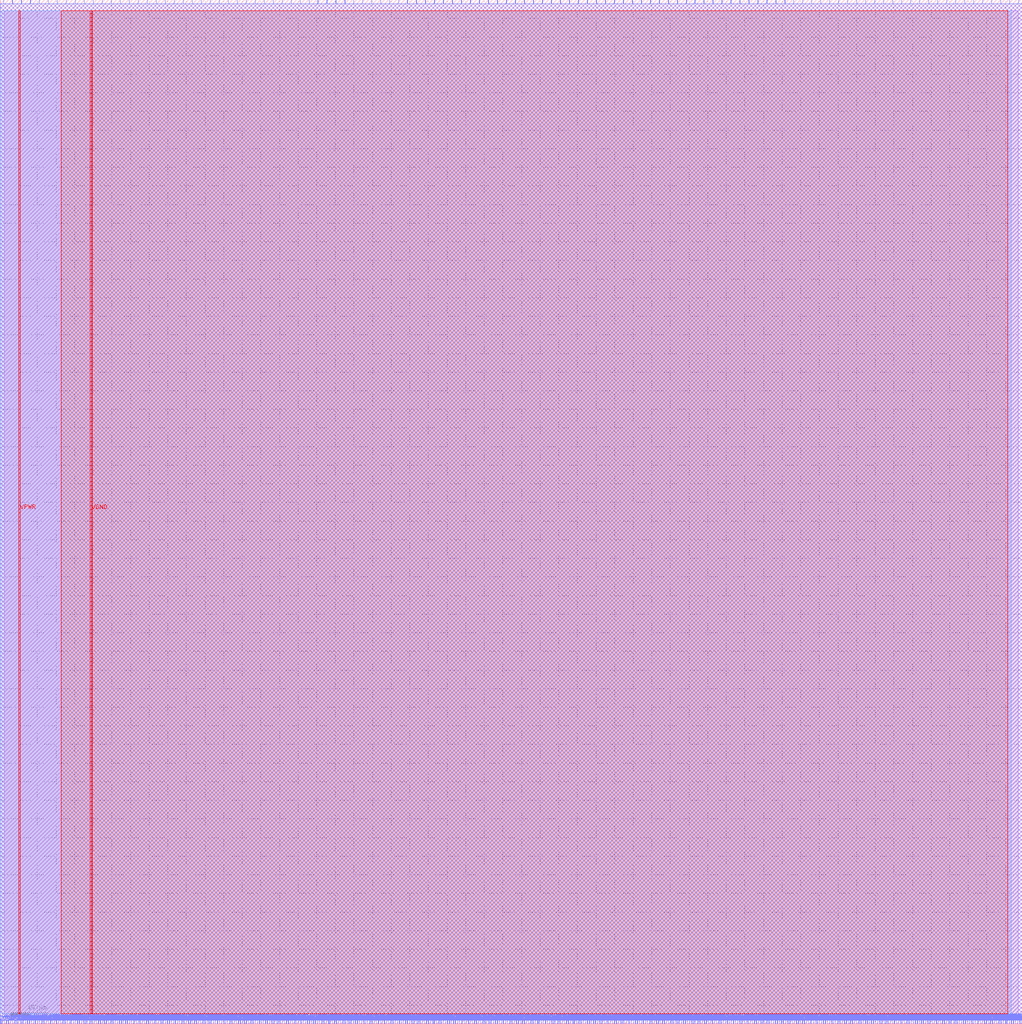
<source format=lef>
VERSION 5.7 ;
  NOWIREEXTENSIONATPIN ON ;
  DIVIDERCHAR "/" ;
  BUSBITCHARS "[]" ;
MACRO user_proj_example
  CLASS BLOCK ;
  FOREIGN user_proj_example ;
  ORIGIN 0.000 0.000 ;
  SIZE 1097.880 BY 1100.000 ;
  PIN io_in[0]
    DIRECTION INPUT ;
    PORT
      LAYER met2 ;
        RECT 3.700 1096.000 3.980 1100.000 ;
    END
  END io_in[0]
  PIN io_in[10]
    DIRECTION INPUT ;
    PORT
      LAYER met2 ;
        RECT 293.040 1096.000 293.320 1100.000 ;
    END
  END io_in[10]
  PIN io_in[11]
    DIRECTION INPUT ;
    PORT
      LAYER met2 ;
        RECT 322.020 1096.000 322.300 1100.000 ;
    END
  END io_in[11]
  PIN io_in[12]
    DIRECTION INPUT ;
    PORT
      LAYER met2 ;
        RECT 351.000 1096.000 351.280 1100.000 ;
    END
  END io_in[12]
  PIN io_in[13]
    DIRECTION INPUT ;
    PORT
      LAYER met2 ;
        RECT 379.520 1096.000 379.800 1100.000 ;
    END
  END io_in[13]
  PIN io_in[14]
    DIRECTION INPUT ;
    PORT
      LAYER met2 ;
        RECT 408.500 1096.000 408.780 1100.000 ;
    END
  END io_in[14]
  PIN io_in[15]
    DIRECTION INPUT ;
    PORT
      LAYER met2 ;
        RECT 437.480 1096.000 437.760 1100.000 ;
    END
  END io_in[15]
  PIN io_in[16]
    DIRECTION INPUT ;
    PORT
      LAYER met2 ;
        RECT 466.460 1096.000 466.740 1100.000 ;
    END
  END io_in[16]
  PIN io_in[17]
    DIRECTION INPUT ;
    PORT
      LAYER met2 ;
        RECT 495.440 1096.000 495.720 1100.000 ;
    END
  END io_in[17]
  PIN io_in[18]
    DIRECTION INPUT ;
    PORT
      LAYER met2 ;
        RECT 524.420 1096.000 524.700 1100.000 ;
    END
  END io_in[18]
  PIN io_in[19]
    DIRECTION INPUT ;
    PORT
      LAYER met2 ;
        RECT 553.400 1096.000 553.680 1100.000 ;
    END
  END io_in[19]
  PIN io_in[1]
    DIRECTION INPUT ;
    PORT
      LAYER met2 ;
        RECT 32.220 1096.000 32.500 1100.000 ;
    END
  END io_in[1]
  PIN io_in[20]
    DIRECTION INPUT ;
    PORT
      LAYER met2 ;
        RECT 582.380 1096.000 582.660 1100.000 ;
    END
  END io_in[20]
  PIN io_in[21]
    DIRECTION INPUT ;
    PORT
      LAYER met2 ;
        RECT 611.360 1096.000 611.640 1100.000 ;
    END
  END io_in[21]
  PIN io_in[22]
    DIRECTION INPUT ;
    PORT
      LAYER met2 ;
        RECT 640.340 1096.000 640.620 1100.000 ;
    END
  END io_in[22]
  PIN io_in[23]
    DIRECTION INPUT ;
    PORT
      LAYER met2 ;
        RECT 669.320 1096.000 669.600 1100.000 ;
    END
  END io_in[23]
  PIN io_in[24]
    DIRECTION INPUT ;
    PORT
      LAYER met2 ;
        RECT 698.300 1096.000 698.580 1100.000 ;
    END
  END io_in[24]
  PIN io_in[25]
    DIRECTION INPUT ;
    PORT
      LAYER met2 ;
        RECT 727.280 1096.000 727.560 1100.000 ;
    END
  END io_in[25]
  PIN io_in[26]
    DIRECTION INPUT ;
    PORT
      LAYER met2 ;
        RECT 755.800 1096.000 756.080 1100.000 ;
    END
  END io_in[26]
  PIN io_in[27]
    DIRECTION INPUT ;
    PORT
      LAYER met2 ;
        RECT 784.780 1096.000 785.060 1100.000 ;
    END
  END io_in[27]
  PIN io_in[28]
    DIRECTION INPUT ;
    PORT
      LAYER met2 ;
        RECT 813.760 1096.000 814.040 1100.000 ;
    END
  END io_in[28]
  PIN io_in[29]
    DIRECTION INPUT ;
    PORT
      LAYER met2 ;
        RECT 842.740 1096.000 843.020 1100.000 ;
    END
  END io_in[29]
  PIN io_in[2]
    DIRECTION INPUT ;
    PORT
      LAYER met2 ;
        RECT 61.200 1096.000 61.480 1100.000 ;
    END
  END io_in[2]
  PIN io_in[30]
    DIRECTION INPUT ;
    PORT
      LAYER met2 ;
        RECT 871.720 1096.000 872.000 1100.000 ;
    END
  END io_in[30]
  PIN io_in[31]
    DIRECTION INPUT ;
    PORT
      LAYER met2 ;
        RECT 900.700 1096.000 900.980 1100.000 ;
    END
  END io_in[31]
  PIN io_in[32]
    DIRECTION INPUT ;
    PORT
      LAYER met2 ;
        RECT 929.680 1096.000 929.960 1100.000 ;
    END
  END io_in[32]
  PIN io_in[33]
    DIRECTION INPUT ;
    PORT
      LAYER met2 ;
        RECT 958.660 1096.000 958.940 1100.000 ;
    END
  END io_in[33]
  PIN io_in[34]
    DIRECTION INPUT ;
    PORT
      LAYER met2 ;
        RECT 987.640 1096.000 987.920 1100.000 ;
    END
  END io_in[34]
  PIN io_in[35]
    DIRECTION INPUT ;
    PORT
      LAYER met2 ;
        RECT 1016.620 1096.000 1016.900 1100.000 ;
    END
  END io_in[35]
  PIN io_in[36]
    DIRECTION INPUT ;
    PORT
      LAYER met2 ;
        RECT 1045.600 1096.000 1045.880 1100.000 ;
    END
  END io_in[36]
  PIN io_in[37]
    DIRECTION INPUT ;
    PORT
      LAYER met2 ;
        RECT 1074.580 1096.000 1074.860 1100.000 ;
    END
  END io_in[37]
  PIN io_in[3]
    DIRECTION INPUT ;
    PORT
      LAYER met2 ;
        RECT 90.180 1096.000 90.460 1100.000 ;
    END
  END io_in[3]
  PIN io_in[4]
    DIRECTION INPUT ;
    PORT
      LAYER met2 ;
        RECT 119.160 1096.000 119.440 1100.000 ;
    END
  END io_in[4]
  PIN io_in[5]
    DIRECTION INPUT ;
    PORT
      LAYER met2 ;
        RECT 148.140 1096.000 148.420 1100.000 ;
    END
  END io_in[5]
  PIN io_in[6]
    DIRECTION INPUT ;
    PORT
      LAYER met2 ;
        RECT 177.120 1096.000 177.400 1100.000 ;
    END
  END io_in[6]
  PIN io_in[7]
    DIRECTION INPUT ;
    PORT
      LAYER met2 ;
        RECT 206.100 1096.000 206.380 1100.000 ;
    END
  END io_in[7]
  PIN io_in[8]
    DIRECTION INPUT ;
    PORT
      LAYER met2 ;
        RECT 235.080 1096.000 235.360 1100.000 ;
    END
  END io_in[8]
  PIN io_in[9]
    DIRECTION INPUT ;
    PORT
      LAYER met2 ;
        RECT 264.060 1096.000 264.340 1100.000 ;
    END
  END io_in[9]
  PIN io_oeb[0]
    DIRECTION OUTPUT TRISTATE ;
    PORT
      LAYER met2 ;
        RECT 12.900 1096.000 13.180 1100.000 ;
    END
  END io_oeb[0]
  PIN io_oeb[10]
    DIRECTION OUTPUT TRISTATE ;
    PORT
      LAYER met2 ;
        RECT 302.700 1096.000 302.980 1100.000 ;
    END
  END io_oeb[10]
  PIN io_oeb[11]
    DIRECTION OUTPUT TRISTATE ;
    PORT
      LAYER met2 ;
        RECT 331.680 1096.000 331.960 1100.000 ;
    END
  END io_oeb[11]
  PIN io_oeb[12]
    DIRECTION OUTPUT TRISTATE ;
    PORT
      LAYER met2 ;
        RECT 360.660 1096.000 360.940 1100.000 ;
    END
  END io_oeb[12]
  PIN io_oeb[13]
    DIRECTION OUTPUT TRISTATE ;
    PORT
      LAYER met2 ;
        RECT 389.180 1096.000 389.460 1100.000 ;
    END
  END io_oeb[13]
  PIN io_oeb[14]
    DIRECTION OUTPUT TRISTATE ;
    PORT
      LAYER met2 ;
        RECT 418.160 1096.000 418.440 1100.000 ;
    END
  END io_oeb[14]
  PIN io_oeb[15]
    DIRECTION OUTPUT TRISTATE ;
    PORT
      LAYER met2 ;
        RECT 447.140 1096.000 447.420 1100.000 ;
    END
  END io_oeb[15]
  PIN io_oeb[16]
    DIRECTION OUTPUT TRISTATE ;
    PORT
      LAYER met2 ;
        RECT 476.120 1096.000 476.400 1100.000 ;
    END
  END io_oeb[16]
  PIN io_oeb[17]
    DIRECTION OUTPUT TRISTATE ;
    PORT
      LAYER met2 ;
        RECT 505.100 1096.000 505.380 1100.000 ;
    END
  END io_oeb[17]
  PIN io_oeb[18]
    DIRECTION OUTPUT TRISTATE ;
    PORT
      LAYER met2 ;
        RECT 534.080 1096.000 534.360 1100.000 ;
    END
  END io_oeb[18]
  PIN io_oeb[19]
    DIRECTION OUTPUT TRISTATE ;
    PORT
      LAYER met2 ;
        RECT 563.060 1096.000 563.340 1100.000 ;
    END
  END io_oeb[19]
  PIN io_oeb[1]
    DIRECTION OUTPUT TRISTATE ;
    PORT
      LAYER met2 ;
        RECT 41.880 1096.000 42.160 1100.000 ;
    END
  END io_oeb[1]
  PIN io_oeb[20]
    DIRECTION OUTPUT TRISTATE ;
    PORT
      LAYER met2 ;
        RECT 592.040 1096.000 592.320 1100.000 ;
    END
  END io_oeb[20]
  PIN io_oeb[21]
    DIRECTION OUTPUT TRISTATE ;
    PORT
      LAYER met2 ;
        RECT 621.020 1096.000 621.300 1100.000 ;
    END
  END io_oeb[21]
  PIN io_oeb[22]
    DIRECTION OUTPUT TRISTATE ;
    PORT
      LAYER met2 ;
        RECT 650.000 1096.000 650.280 1100.000 ;
    END
  END io_oeb[22]
  PIN io_oeb[23]
    DIRECTION OUTPUT TRISTATE ;
    PORT
      LAYER met2 ;
        RECT 678.980 1096.000 679.260 1100.000 ;
    END
  END io_oeb[23]
  PIN io_oeb[24]
    DIRECTION OUTPUT TRISTATE ;
    PORT
      LAYER met2 ;
        RECT 707.960 1096.000 708.240 1100.000 ;
    END
  END io_oeb[24]
  PIN io_oeb[25]
    DIRECTION OUTPUT TRISTATE ;
    PORT
      LAYER met2 ;
        RECT 736.940 1096.000 737.220 1100.000 ;
    END
  END io_oeb[25]
  PIN io_oeb[26]
    DIRECTION OUTPUT TRISTATE ;
    PORT
      LAYER met2 ;
        RECT 765.460 1096.000 765.740 1100.000 ;
    END
  END io_oeb[26]
  PIN io_oeb[27]
    DIRECTION OUTPUT TRISTATE ;
    PORT
      LAYER met2 ;
        RECT 794.440 1096.000 794.720 1100.000 ;
    END
  END io_oeb[27]
  PIN io_oeb[28]
    DIRECTION OUTPUT TRISTATE ;
    PORT
      LAYER met2 ;
        RECT 823.420 1096.000 823.700 1100.000 ;
    END
  END io_oeb[28]
  PIN io_oeb[29]
    DIRECTION OUTPUT TRISTATE ;
    PORT
      LAYER met2 ;
        RECT 852.400 1096.000 852.680 1100.000 ;
    END
  END io_oeb[29]
  PIN io_oeb[2]
    DIRECTION OUTPUT TRISTATE ;
    PORT
      LAYER met2 ;
        RECT 70.860 1096.000 71.140 1100.000 ;
    END
  END io_oeb[2]
  PIN io_oeb[30]
    DIRECTION OUTPUT TRISTATE ;
    PORT
      LAYER met2 ;
        RECT 881.380 1096.000 881.660 1100.000 ;
    END
  END io_oeb[30]
  PIN io_oeb[31]
    DIRECTION OUTPUT TRISTATE ;
    PORT
      LAYER met2 ;
        RECT 910.360 1096.000 910.640 1100.000 ;
    END
  END io_oeb[31]
  PIN io_oeb[32]
    DIRECTION OUTPUT TRISTATE ;
    PORT
      LAYER met2 ;
        RECT 939.340 1096.000 939.620 1100.000 ;
    END
  END io_oeb[32]
  PIN io_oeb[33]
    DIRECTION OUTPUT TRISTATE ;
    PORT
      LAYER met2 ;
        RECT 968.320 1096.000 968.600 1100.000 ;
    END
  END io_oeb[33]
  PIN io_oeb[34]
    DIRECTION OUTPUT TRISTATE ;
    PORT
      LAYER met2 ;
        RECT 997.300 1096.000 997.580 1100.000 ;
    END
  END io_oeb[34]
  PIN io_oeb[35]
    DIRECTION OUTPUT TRISTATE ;
    PORT
      LAYER met2 ;
        RECT 1026.280 1096.000 1026.560 1100.000 ;
    END
  END io_oeb[35]
  PIN io_oeb[36]
    DIRECTION OUTPUT TRISTATE ;
    PORT
      LAYER met2 ;
        RECT 1055.260 1096.000 1055.540 1100.000 ;
    END
  END io_oeb[36]
  PIN io_oeb[37]
    DIRECTION OUTPUT TRISTATE ;
    PORT
      LAYER met2 ;
        RECT 1084.240 1096.000 1084.520 1100.000 ;
    END
  END io_oeb[37]
  PIN io_oeb[3]
    DIRECTION OUTPUT TRISTATE ;
    PORT
      LAYER met2 ;
        RECT 99.840 1096.000 100.120 1100.000 ;
    END
  END io_oeb[3]
  PIN io_oeb[4]
    DIRECTION OUTPUT TRISTATE ;
    PORT
      LAYER met2 ;
        RECT 128.820 1096.000 129.100 1100.000 ;
    END
  END io_oeb[4]
  PIN io_oeb[5]
    DIRECTION OUTPUT TRISTATE ;
    PORT
      LAYER met2 ;
        RECT 157.800 1096.000 158.080 1100.000 ;
    END
  END io_oeb[5]
  PIN io_oeb[6]
    DIRECTION OUTPUT TRISTATE ;
    PORT
      LAYER met2 ;
        RECT 186.780 1096.000 187.060 1100.000 ;
    END
  END io_oeb[6]
  PIN io_oeb[7]
    DIRECTION OUTPUT TRISTATE ;
    PORT
      LAYER met2 ;
        RECT 215.760 1096.000 216.040 1100.000 ;
    END
  END io_oeb[7]
  PIN io_oeb[8]
    DIRECTION OUTPUT TRISTATE ;
    PORT
      LAYER met2 ;
        RECT 244.740 1096.000 245.020 1100.000 ;
    END
  END io_oeb[8]
  PIN io_oeb[9]
    DIRECTION OUTPUT TRISTATE ;
    PORT
      LAYER met2 ;
        RECT 273.720 1096.000 274.000 1100.000 ;
    END
  END io_oeb[9]
  PIN io_out[0]
    DIRECTION OUTPUT TRISTATE ;
    PORT
      LAYER met2 ;
        RECT 22.560 1096.000 22.840 1100.000 ;
    END
  END io_out[0]
  PIN io_out[10]
    DIRECTION OUTPUT TRISTATE ;
    PORT
      LAYER met2 ;
        RECT 312.360 1096.000 312.640 1100.000 ;
    END
  END io_out[10]
  PIN io_out[11]
    DIRECTION OUTPUT TRISTATE ;
    PORT
      LAYER met2 ;
        RECT 341.340 1096.000 341.620 1100.000 ;
    END
  END io_out[11]
  PIN io_out[12]
    DIRECTION OUTPUT TRISTATE ;
    PORT
      LAYER met2 ;
        RECT 370.320 1096.000 370.600 1100.000 ;
    END
  END io_out[12]
  PIN io_out[13]
    DIRECTION OUTPUT TRISTATE ;
    PORT
      LAYER met2 ;
        RECT 398.840 1096.000 399.120 1100.000 ;
    END
  END io_out[13]
  PIN io_out[14]
    DIRECTION OUTPUT TRISTATE ;
    PORT
      LAYER met2 ;
        RECT 427.820 1096.000 428.100 1100.000 ;
    END
  END io_out[14]
  PIN io_out[15]
    DIRECTION OUTPUT TRISTATE ;
    PORT
      LAYER met2 ;
        RECT 456.800 1096.000 457.080 1100.000 ;
    END
  END io_out[15]
  PIN io_out[16]
    DIRECTION OUTPUT TRISTATE ;
    PORT
      LAYER met2 ;
        RECT 485.780 1096.000 486.060 1100.000 ;
    END
  END io_out[16]
  PIN io_out[17]
    DIRECTION OUTPUT TRISTATE ;
    PORT
      LAYER met2 ;
        RECT 514.760 1096.000 515.040 1100.000 ;
    END
  END io_out[17]
  PIN io_out[18]
    DIRECTION OUTPUT TRISTATE ;
    PORT
      LAYER met2 ;
        RECT 543.740 1096.000 544.020 1100.000 ;
    END
  END io_out[18]
  PIN io_out[19]
    DIRECTION OUTPUT TRISTATE ;
    PORT
      LAYER met2 ;
        RECT 572.720 1096.000 573.000 1100.000 ;
    END
  END io_out[19]
  PIN io_out[1]
    DIRECTION OUTPUT TRISTATE ;
    PORT
      LAYER met2 ;
        RECT 51.540 1096.000 51.820 1100.000 ;
    END
  END io_out[1]
  PIN io_out[20]
    DIRECTION OUTPUT TRISTATE ;
    PORT
      LAYER met2 ;
        RECT 601.700 1096.000 601.980 1100.000 ;
    END
  END io_out[20]
  PIN io_out[21]
    DIRECTION OUTPUT TRISTATE ;
    PORT
      LAYER met2 ;
        RECT 630.680 1096.000 630.960 1100.000 ;
    END
  END io_out[21]
  PIN io_out[22]
    DIRECTION OUTPUT TRISTATE ;
    PORT
      LAYER met2 ;
        RECT 659.660 1096.000 659.940 1100.000 ;
    END
  END io_out[22]
  PIN io_out[23]
    DIRECTION OUTPUT TRISTATE ;
    PORT
      LAYER met2 ;
        RECT 688.640 1096.000 688.920 1100.000 ;
    END
  END io_out[23]
  PIN io_out[24]
    DIRECTION OUTPUT TRISTATE ;
    PORT
      LAYER met2 ;
        RECT 717.620 1096.000 717.900 1100.000 ;
    END
  END io_out[24]
  PIN io_out[25]
    DIRECTION OUTPUT TRISTATE ;
    PORT
      LAYER met2 ;
        RECT 746.140 1096.000 746.420 1100.000 ;
    END
  END io_out[25]
  PIN io_out[26]
    DIRECTION OUTPUT TRISTATE ;
    PORT
      LAYER met2 ;
        RECT 775.120 1096.000 775.400 1100.000 ;
    END
  END io_out[26]
  PIN io_out[27]
    DIRECTION OUTPUT TRISTATE ;
    PORT
      LAYER met2 ;
        RECT 804.100 1096.000 804.380 1100.000 ;
    END
  END io_out[27]
  PIN io_out[28]
    DIRECTION OUTPUT TRISTATE ;
    PORT
      LAYER met2 ;
        RECT 833.080 1096.000 833.360 1100.000 ;
    END
  END io_out[28]
  PIN io_out[29]
    DIRECTION OUTPUT TRISTATE ;
    PORT
      LAYER met2 ;
        RECT 862.060 1096.000 862.340 1100.000 ;
    END
  END io_out[29]
  PIN io_out[2]
    DIRECTION OUTPUT TRISTATE ;
    PORT
      LAYER met2 ;
        RECT 80.520 1096.000 80.800 1100.000 ;
    END
  END io_out[2]
  PIN io_out[30]
    DIRECTION OUTPUT TRISTATE ;
    PORT
      LAYER met2 ;
        RECT 891.040 1096.000 891.320 1100.000 ;
    END
  END io_out[30]
  PIN io_out[31]
    DIRECTION OUTPUT TRISTATE ;
    PORT
      LAYER met2 ;
        RECT 920.020 1096.000 920.300 1100.000 ;
    END
  END io_out[31]
  PIN io_out[32]
    DIRECTION OUTPUT TRISTATE ;
    PORT
      LAYER met2 ;
        RECT 949.000 1096.000 949.280 1100.000 ;
    END
  END io_out[32]
  PIN io_out[33]
    DIRECTION OUTPUT TRISTATE ;
    PORT
      LAYER met2 ;
        RECT 977.980 1096.000 978.260 1100.000 ;
    END
  END io_out[33]
  PIN io_out[34]
    DIRECTION OUTPUT TRISTATE ;
    PORT
      LAYER met2 ;
        RECT 1006.960 1096.000 1007.240 1100.000 ;
    END
  END io_out[34]
  PIN io_out[35]
    DIRECTION OUTPUT TRISTATE ;
    PORT
      LAYER met2 ;
        RECT 1035.940 1096.000 1036.220 1100.000 ;
    END
  END io_out[35]
  PIN io_out[36]
    DIRECTION OUTPUT TRISTATE ;
    PORT
      LAYER met2 ;
        RECT 1064.920 1096.000 1065.200 1100.000 ;
    END
  END io_out[36]
  PIN io_out[37]
    DIRECTION OUTPUT TRISTATE ;
    PORT
      LAYER met2 ;
        RECT 1093.900 1096.000 1094.180 1100.000 ;
    END
  END io_out[37]
  PIN io_out[3]
    DIRECTION OUTPUT TRISTATE ;
    PORT
      LAYER met2 ;
        RECT 109.500 1096.000 109.780 1100.000 ;
    END
  END io_out[3]
  PIN io_out[4]
    DIRECTION OUTPUT TRISTATE ;
    PORT
      LAYER met2 ;
        RECT 138.480 1096.000 138.760 1100.000 ;
    END
  END io_out[4]
  PIN io_out[5]
    DIRECTION OUTPUT TRISTATE ;
    PORT
      LAYER met2 ;
        RECT 167.460 1096.000 167.740 1100.000 ;
    END
  END io_out[5]
  PIN io_out[6]
    DIRECTION OUTPUT TRISTATE ;
    PORT
      LAYER met2 ;
        RECT 196.440 1096.000 196.720 1100.000 ;
    END
  END io_out[6]
  PIN io_out[7]
    DIRECTION OUTPUT TRISTATE ;
    PORT
      LAYER met2 ;
        RECT 225.420 1096.000 225.700 1100.000 ;
    END
  END io_out[7]
  PIN io_out[8]
    DIRECTION OUTPUT TRISTATE ;
    PORT
      LAYER met2 ;
        RECT 254.400 1096.000 254.680 1100.000 ;
    END
  END io_out[8]
  PIN io_out[9]
    DIRECTION OUTPUT TRISTATE ;
    PORT
      LAYER met2 ;
        RECT 283.380 1096.000 283.660 1100.000 ;
    END
  END io_out[9]
  PIN la_data_in[0]
    DIRECTION INPUT ;
    PORT
      LAYER met2 ;
        RECT 237.840 0.000 238.120 4.000 ;
    END
  END la_data_in[0]
  PIN la_data_in[100]
    DIRECTION INPUT ;
    PORT
      LAYER met2 ;
        RECT 911.280 0.000 911.560 4.000 ;
    END
  END la_data_in[100]
  PIN la_data_in[101]
    DIRECTION INPUT ;
    PORT
      LAYER met2 ;
        RECT 917.720 0.000 918.000 4.000 ;
    END
  END la_data_in[101]
  PIN la_data_in[102]
    DIRECTION INPUT ;
    PORT
      LAYER met2 ;
        RECT 924.620 0.000 924.900 4.000 ;
    END
  END la_data_in[102]
  PIN la_data_in[103]
    DIRECTION INPUT ;
    PORT
      LAYER met2 ;
        RECT 931.520 0.000 931.800 4.000 ;
    END
  END la_data_in[103]
  PIN la_data_in[104]
    DIRECTION INPUT ;
    PORT
      LAYER met2 ;
        RECT 937.960 0.000 938.240 4.000 ;
    END
  END la_data_in[104]
  PIN la_data_in[105]
    DIRECTION INPUT ;
    PORT
      LAYER met2 ;
        RECT 944.860 0.000 945.140 4.000 ;
    END
  END la_data_in[105]
  PIN la_data_in[106]
    DIRECTION INPUT ;
    PORT
      LAYER met2 ;
        RECT 951.300 0.000 951.580 4.000 ;
    END
  END la_data_in[106]
  PIN la_data_in[107]
    DIRECTION INPUT ;
    PORT
      LAYER met2 ;
        RECT 958.200 0.000 958.480 4.000 ;
    END
  END la_data_in[107]
  PIN la_data_in[108]
    DIRECTION INPUT ;
    PORT
      LAYER met2 ;
        RECT 965.100 0.000 965.380 4.000 ;
    END
  END la_data_in[108]
  PIN la_data_in[109]
    DIRECTION INPUT ;
    PORT
      LAYER met2 ;
        RECT 971.540 0.000 971.820 4.000 ;
    END
  END la_data_in[109]
  PIN la_data_in[10]
    DIRECTION INPUT ;
    PORT
      LAYER met2 ;
        RECT 305.000 0.000 305.280 4.000 ;
    END
  END la_data_in[10]
  PIN la_data_in[110]
    DIRECTION INPUT ;
    PORT
      LAYER met2 ;
        RECT 978.440 0.000 978.720 4.000 ;
    END
  END la_data_in[110]
  PIN la_data_in[111]
    DIRECTION INPUT ;
    PORT
      LAYER met2 ;
        RECT 985.340 0.000 985.620 4.000 ;
    END
  END la_data_in[111]
  PIN la_data_in[112]
    DIRECTION INPUT ;
    PORT
      LAYER met2 ;
        RECT 991.780 0.000 992.060 4.000 ;
    END
  END la_data_in[112]
  PIN la_data_in[113]
    DIRECTION INPUT ;
    PORT
      LAYER met2 ;
        RECT 998.680 0.000 998.960 4.000 ;
    END
  END la_data_in[113]
  PIN la_data_in[114]
    DIRECTION INPUT ;
    PORT
      LAYER met2 ;
        RECT 1005.580 0.000 1005.860 4.000 ;
    END
  END la_data_in[114]
  PIN la_data_in[115]
    DIRECTION INPUT ;
    PORT
      LAYER met2 ;
        RECT 1012.020 0.000 1012.300 4.000 ;
    END
  END la_data_in[115]
  PIN la_data_in[116]
    DIRECTION INPUT ;
    PORT
      LAYER met2 ;
        RECT 1018.920 0.000 1019.200 4.000 ;
    END
  END la_data_in[116]
  PIN la_data_in[117]
    DIRECTION INPUT ;
    PORT
      LAYER met2 ;
        RECT 1025.360 0.000 1025.640 4.000 ;
    END
  END la_data_in[117]
  PIN la_data_in[118]
    DIRECTION INPUT ;
    PORT
      LAYER met2 ;
        RECT 1032.260 0.000 1032.540 4.000 ;
    END
  END la_data_in[118]
  PIN la_data_in[119]
    DIRECTION INPUT ;
    PORT
      LAYER met2 ;
        RECT 1039.160 0.000 1039.440 4.000 ;
    END
  END la_data_in[119]
  PIN la_data_in[11]
    DIRECTION INPUT ;
    PORT
      LAYER met2 ;
        RECT 311.900 0.000 312.180 4.000 ;
    END
  END la_data_in[11]
  PIN la_data_in[120]
    DIRECTION INPUT ;
    PORT
      LAYER met2 ;
        RECT 1045.600 0.000 1045.880 4.000 ;
    END
  END la_data_in[120]
  PIN la_data_in[121]
    DIRECTION INPUT ;
    PORT
      LAYER met2 ;
        RECT 1052.500 0.000 1052.780 4.000 ;
    END
  END la_data_in[121]
  PIN la_data_in[122]
    DIRECTION INPUT ;
    PORT
      LAYER met2 ;
        RECT 1059.400 0.000 1059.680 4.000 ;
    END
  END la_data_in[122]
  PIN la_data_in[123]
    DIRECTION INPUT ;
    PORT
      LAYER met2 ;
        RECT 1065.840 0.000 1066.120 4.000 ;
    END
  END la_data_in[123]
  PIN la_data_in[124]
    DIRECTION INPUT ;
    PORT
      LAYER met2 ;
        RECT 1072.740 0.000 1073.020 4.000 ;
    END
  END la_data_in[124]
  PIN la_data_in[125]
    DIRECTION INPUT ;
    PORT
      LAYER met2 ;
        RECT 1079.640 0.000 1079.920 4.000 ;
    END
  END la_data_in[125]
  PIN la_data_in[126]
    DIRECTION INPUT ;
    PORT
      LAYER met2 ;
        RECT 1086.080 0.000 1086.360 4.000 ;
    END
  END la_data_in[126]
  PIN la_data_in[127]
    DIRECTION INPUT ;
    PORT
      LAYER met2 ;
        RECT 1092.980 0.000 1093.260 4.000 ;
    END
  END la_data_in[127]
  PIN la_data_in[12]
    DIRECTION INPUT ;
    PORT
      LAYER met2 ;
        RECT 318.340 0.000 318.620 4.000 ;
    END
  END la_data_in[12]
  PIN la_data_in[13]
    DIRECTION INPUT ;
    PORT
      LAYER met2 ;
        RECT 325.240 0.000 325.520 4.000 ;
    END
  END la_data_in[13]
  PIN la_data_in[14]
    DIRECTION INPUT ;
    PORT
      LAYER met2 ;
        RECT 332.140 0.000 332.420 4.000 ;
    END
  END la_data_in[14]
  PIN la_data_in[15]
    DIRECTION INPUT ;
    PORT
      LAYER met2 ;
        RECT 338.580 0.000 338.860 4.000 ;
    END
  END la_data_in[15]
  PIN la_data_in[16]
    DIRECTION INPUT ;
    PORT
      LAYER met2 ;
        RECT 345.480 0.000 345.760 4.000 ;
    END
  END la_data_in[16]
  PIN la_data_in[17]
    DIRECTION INPUT ;
    PORT
      LAYER met2 ;
        RECT 352.380 0.000 352.660 4.000 ;
    END
  END la_data_in[17]
  PIN la_data_in[18]
    DIRECTION INPUT ;
    PORT
      LAYER met2 ;
        RECT 358.820 0.000 359.100 4.000 ;
    END
  END la_data_in[18]
  PIN la_data_in[19]
    DIRECTION INPUT ;
    PORT
      LAYER met2 ;
        RECT 365.720 0.000 366.000 4.000 ;
    END
  END la_data_in[19]
  PIN la_data_in[1]
    DIRECTION INPUT ;
    PORT
      LAYER met2 ;
        RECT 244.280 0.000 244.560 4.000 ;
    END
  END la_data_in[1]
  PIN la_data_in[20]
    DIRECTION INPUT ;
    PORT
      LAYER met2 ;
        RECT 372.620 0.000 372.900 4.000 ;
    END
  END la_data_in[20]
  PIN la_data_in[21]
    DIRECTION INPUT ;
    PORT
      LAYER met2 ;
        RECT 379.060 0.000 379.340 4.000 ;
    END
  END la_data_in[21]
  PIN la_data_in[22]
    DIRECTION INPUT ;
    PORT
      LAYER met2 ;
        RECT 385.960 0.000 386.240 4.000 ;
    END
  END la_data_in[22]
  PIN la_data_in[23]
    DIRECTION INPUT ;
    PORT
      LAYER met2 ;
        RECT 392.400 0.000 392.680 4.000 ;
    END
  END la_data_in[23]
  PIN la_data_in[24]
    DIRECTION INPUT ;
    PORT
      LAYER met2 ;
        RECT 399.300 0.000 399.580 4.000 ;
    END
  END la_data_in[24]
  PIN la_data_in[25]
    DIRECTION INPUT ;
    PORT
      LAYER met2 ;
        RECT 406.200 0.000 406.480 4.000 ;
    END
  END la_data_in[25]
  PIN la_data_in[26]
    DIRECTION INPUT ;
    PORT
      LAYER met2 ;
        RECT 412.640 0.000 412.920 4.000 ;
    END
  END la_data_in[26]
  PIN la_data_in[27]
    DIRECTION INPUT ;
    PORT
      LAYER met2 ;
        RECT 419.540 0.000 419.820 4.000 ;
    END
  END la_data_in[27]
  PIN la_data_in[28]
    DIRECTION INPUT ;
    PORT
      LAYER met2 ;
        RECT 426.440 0.000 426.720 4.000 ;
    END
  END la_data_in[28]
  PIN la_data_in[29]
    DIRECTION INPUT ;
    PORT
      LAYER met2 ;
        RECT 432.880 0.000 433.160 4.000 ;
    END
  END la_data_in[29]
  PIN la_data_in[2]
    DIRECTION INPUT ;
    PORT
      LAYER met2 ;
        RECT 251.180 0.000 251.460 4.000 ;
    END
  END la_data_in[2]
  PIN la_data_in[30]
    DIRECTION INPUT ;
    PORT
      LAYER met2 ;
        RECT 439.780 0.000 440.060 4.000 ;
    END
  END la_data_in[30]
  PIN la_data_in[31]
    DIRECTION INPUT ;
    PORT
      LAYER met2 ;
        RECT 446.680 0.000 446.960 4.000 ;
    END
  END la_data_in[31]
  PIN la_data_in[32]
    DIRECTION INPUT ;
    PORT
      LAYER met2 ;
        RECT 453.120 0.000 453.400 4.000 ;
    END
  END la_data_in[32]
  PIN la_data_in[33]
    DIRECTION INPUT ;
    PORT
      LAYER met2 ;
        RECT 460.020 0.000 460.300 4.000 ;
    END
  END la_data_in[33]
  PIN la_data_in[34]
    DIRECTION INPUT ;
    PORT
      LAYER met2 ;
        RECT 466.460 0.000 466.740 4.000 ;
    END
  END la_data_in[34]
  PIN la_data_in[35]
    DIRECTION INPUT ;
    PORT
      LAYER met2 ;
        RECT 473.360 0.000 473.640 4.000 ;
    END
  END la_data_in[35]
  PIN la_data_in[36]
    DIRECTION INPUT ;
    PORT
      LAYER met2 ;
        RECT 480.260 0.000 480.540 4.000 ;
    END
  END la_data_in[36]
  PIN la_data_in[37]
    DIRECTION INPUT ;
    PORT
      LAYER met2 ;
        RECT 486.700 0.000 486.980 4.000 ;
    END
  END la_data_in[37]
  PIN la_data_in[38]
    DIRECTION INPUT ;
    PORT
      LAYER met2 ;
        RECT 493.600 0.000 493.880 4.000 ;
    END
  END la_data_in[38]
  PIN la_data_in[39]
    DIRECTION INPUT ;
    PORT
      LAYER met2 ;
        RECT 500.500 0.000 500.780 4.000 ;
    END
  END la_data_in[39]
  PIN la_data_in[3]
    DIRECTION INPUT ;
    PORT
      LAYER met2 ;
        RECT 258.080 0.000 258.360 4.000 ;
    END
  END la_data_in[3]
  PIN la_data_in[40]
    DIRECTION INPUT ;
    PORT
      LAYER met2 ;
        RECT 506.940 0.000 507.220 4.000 ;
    END
  END la_data_in[40]
  PIN la_data_in[41]
    DIRECTION INPUT ;
    PORT
      LAYER met2 ;
        RECT 513.840 0.000 514.120 4.000 ;
    END
  END la_data_in[41]
  PIN la_data_in[42]
    DIRECTION INPUT ;
    PORT
      LAYER met2 ;
        RECT 520.740 0.000 521.020 4.000 ;
    END
  END la_data_in[42]
  PIN la_data_in[43]
    DIRECTION INPUT ;
    PORT
      LAYER met2 ;
        RECT 527.180 0.000 527.460 4.000 ;
    END
  END la_data_in[43]
  PIN la_data_in[44]
    DIRECTION INPUT ;
    PORT
      LAYER met2 ;
        RECT 534.080 0.000 534.360 4.000 ;
    END
  END la_data_in[44]
  PIN la_data_in[45]
    DIRECTION INPUT ;
    PORT
      LAYER met2 ;
        RECT 540.520 0.000 540.800 4.000 ;
    END
  END la_data_in[45]
  PIN la_data_in[46]
    DIRECTION INPUT ;
    PORT
      LAYER met2 ;
        RECT 547.420 0.000 547.700 4.000 ;
    END
  END la_data_in[46]
  PIN la_data_in[47]
    DIRECTION INPUT ;
    PORT
      LAYER met2 ;
        RECT 554.320 0.000 554.600 4.000 ;
    END
  END la_data_in[47]
  PIN la_data_in[48]
    DIRECTION INPUT ;
    PORT
      LAYER met2 ;
        RECT 560.760 0.000 561.040 4.000 ;
    END
  END la_data_in[48]
  PIN la_data_in[49]
    DIRECTION INPUT ;
    PORT
      LAYER met2 ;
        RECT 567.660 0.000 567.940 4.000 ;
    END
  END la_data_in[49]
  PIN la_data_in[4]
    DIRECTION INPUT ;
    PORT
      LAYER met2 ;
        RECT 264.520 0.000 264.800 4.000 ;
    END
  END la_data_in[4]
  PIN la_data_in[50]
    DIRECTION INPUT ;
    PORT
      LAYER met2 ;
        RECT 574.560 0.000 574.840 4.000 ;
    END
  END la_data_in[50]
  PIN la_data_in[51]
    DIRECTION INPUT ;
    PORT
      LAYER met2 ;
        RECT 581.000 0.000 581.280 4.000 ;
    END
  END la_data_in[51]
  PIN la_data_in[52]
    DIRECTION INPUT ;
    PORT
      LAYER met2 ;
        RECT 587.900 0.000 588.180 4.000 ;
    END
  END la_data_in[52]
  PIN la_data_in[53]
    DIRECTION INPUT ;
    PORT
      LAYER met2 ;
        RECT 594.800 0.000 595.080 4.000 ;
    END
  END la_data_in[53]
  PIN la_data_in[54]
    DIRECTION INPUT ;
    PORT
      LAYER met2 ;
        RECT 601.240 0.000 601.520 4.000 ;
    END
  END la_data_in[54]
  PIN la_data_in[55]
    DIRECTION INPUT ;
    PORT
      LAYER met2 ;
        RECT 608.140 0.000 608.420 4.000 ;
    END
  END la_data_in[55]
  PIN la_data_in[56]
    DIRECTION INPUT ;
    PORT
      LAYER met2 ;
        RECT 615.040 0.000 615.320 4.000 ;
    END
  END la_data_in[56]
  PIN la_data_in[57]
    DIRECTION INPUT ;
    PORT
      LAYER met2 ;
        RECT 621.480 0.000 621.760 4.000 ;
    END
  END la_data_in[57]
  PIN la_data_in[58]
    DIRECTION INPUT ;
    PORT
      LAYER met2 ;
        RECT 628.380 0.000 628.660 4.000 ;
    END
  END la_data_in[58]
  PIN la_data_in[59]
    DIRECTION INPUT ;
    PORT
      LAYER met2 ;
        RECT 634.820 0.000 635.100 4.000 ;
    END
  END la_data_in[59]
  PIN la_data_in[5]
    DIRECTION INPUT ;
    PORT
      LAYER met2 ;
        RECT 271.420 0.000 271.700 4.000 ;
    END
  END la_data_in[5]
  PIN la_data_in[60]
    DIRECTION INPUT ;
    PORT
      LAYER met2 ;
        RECT 641.720 0.000 642.000 4.000 ;
    END
  END la_data_in[60]
  PIN la_data_in[61]
    DIRECTION INPUT ;
    PORT
      LAYER met2 ;
        RECT 648.620 0.000 648.900 4.000 ;
    END
  END la_data_in[61]
  PIN la_data_in[62]
    DIRECTION INPUT ;
    PORT
      LAYER met2 ;
        RECT 655.060 0.000 655.340 4.000 ;
    END
  END la_data_in[62]
  PIN la_data_in[63]
    DIRECTION INPUT ;
    PORT
      LAYER met2 ;
        RECT 661.960 0.000 662.240 4.000 ;
    END
  END la_data_in[63]
  PIN la_data_in[64]
    DIRECTION INPUT ;
    PORT
      LAYER met2 ;
        RECT 668.860 0.000 669.140 4.000 ;
    END
  END la_data_in[64]
  PIN la_data_in[65]
    DIRECTION INPUT ;
    PORT
      LAYER met2 ;
        RECT 675.300 0.000 675.580 4.000 ;
    END
  END la_data_in[65]
  PIN la_data_in[66]
    DIRECTION INPUT ;
    PORT
      LAYER met2 ;
        RECT 682.200 0.000 682.480 4.000 ;
    END
  END la_data_in[66]
  PIN la_data_in[67]
    DIRECTION INPUT ;
    PORT
      LAYER met2 ;
        RECT 689.100 0.000 689.380 4.000 ;
    END
  END la_data_in[67]
  PIN la_data_in[68]
    DIRECTION INPUT ;
    PORT
      LAYER met2 ;
        RECT 695.540 0.000 695.820 4.000 ;
    END
  END la_data_in[68]
  PIN la_data_in[69]
    DIRECTION INPUT ;
    PORT
      LAYER met2 ;
        RECT 702.440 0.000 702.720 4.000 ;
    END
  END la_data_in[69]
  PIN la_data_in[6]
    DIRECTION INPUT ;
    PORT
      LAYER met2 ;
        RECT 278.320 0.000 278.600 4.000 ;
    END
  END la_data_in[6]
  PIN la_data_in[70]
    DIRECTION INPUT ;
    PORT
      LAYER met2 ;
        RECT 708.880 0.000 709.160 4.000 ;
    END
  END la_data_in[70]
  PIN la_data_in[71]
    DIRECTION INPUT ;
    PORT
      LAYER met2 ;
        RECT 715.780 0.000 716.060 4.000 ;
    END
  END la_data_in[71]
  PIN la_data_in[72]
    DIRECTION INPUT ;
    PORT
      LAYER met2 ;
        RECT 722.680 0.000 722.960 4.000 ;
    END
  END la_data_in[72]
  PIN la_data_in[73]
    DIRECTION INPUT ;
    PORT
      LAYER met2 ;
        RECT 729.120 0.000 729.400 4.000 ;
    END
  END la_data_in[73]
  PIN la_data_in[74]
    DIRECTION INPUT ;
    PORT
      LAYER met2 ;
        RECT 736.020 0.000 736.300 4.000 ;
    END
  END la_data_in[74]
  PIN la_data_in[75]
    DIRECTION INPUT ;
    PORT
      LAYER met2 ;
        RECT 742.920 0.000 743.200 4.000 ;
    END
  END la_data_in[75]
  PIN la_data_in[76]
    DIRECTION INPUT ;
    PORT
      LAYER met2 ;
        RECT 749.360 0.000 749.640 4.000 ;
    END
  END la_data_in[76]
  PIN la_data_in[77]
    DIRECTION INPUT ;
    PORT
      LAYER met2 ;
        RECT 756.260 0.000 756.540 4.000 ;
    END
  END la_data_in[77]
  PIN la_data_in[78]
    DIRECTION INPUT ;
    PORT
      LAYER met2 ;
        RECT 763.160 0.000 763.440 4.000 ;
    END
  END la_data_in[78]
  PIN la_data_in[79]
    DIRECTION INPUT ;
    PORT
      LAYER met2 ;
        RECT 769.600 0.000 769.880 4.000 ;
    END
  END la_data_in[79]
  PIN la_data_in[7]
    DIRECTION INPUT ;
    PORT
      LAYER met2 ;
        RECT 284.760 0.000 285.040 4.000 ;
    END
  END la_data_in[7]
  PIN la_data_in[80]
    DIRECTION INPUT ;
    PORT
      LAYER met2 ;
        RECT 776.500 0.000 776.780 4.000 ;
    END
  END la_data_in[80]
  PIN la_data_in[81]
    DIRECTION INPUT ;
    PORT
      LAYER met2 ;
        RECT 782.940 0.000 783.220 4.000 ;
    END
  END la_data_in[81]
  PIN la_data_in[82]
    DIRECTION INPUT ;
    PORT
      LAYER met2 ;
        RECT 789.840 0.000 790.120 4.000 ;
    END
  END la_data_in[82]
  PIN la_data_in[83]
    DIRECTION INPUT ;
    PORT
      LAYER met2 ;
        RECT 796.740 0.000 797.020 4.000 ;
    END
  END la_data_in[83]
  PIN la_data_in[84]
    DIRECTION INPUT ;
    PORT
      LAYER met2 ;
        RECT 803.180 0.000 803.460 4.000 ;
    END
  END la_data_in[84]
  PIN la_data_in[85]
    DIRECTION INPUT ;
    PORT
      LAYER met2 ;
        RECT 810.080 0.000 810.360 4.000 ;
    END
  END la_data_in[85]
  PIN la_data_in[86]
    DIRECTION INPUT ;
    PORT
      LAYER met2 ;
        RECT 816.980 0.000 817.260 4.000 ;
    END
  END la_data_in[86]
  PIN la_data_in[87]
    DIRECTION INPUT ;
    PORT
      LAYER met2 ;
        RECT 823.420 0.000 823.700 4.000 ;
    END
  END la_data_in[87]
  PIN la_data_in[88]
    DIRECTION INPUT ;
    PORT
      LAYER met2 ;
        RECT 830.320 0.000 830.600 4.000 ;
    END
  END la_data_in[88]
  PIN la_data_in[89]
    DIRECTION INPUT ;
    PORT
      LAYER met2 ;
        RECT 837.220 0.000 837.500 4.000 ;
    END
  END la_data_in[89]
  PIN la_data_in[8]
    DIRECTION INPUT ;
    PORT
      LAYER met2 ;
        RECT 291.660 0.000 291.940 4.000 ;
    END
  END la_data_in[8]
  PIN la_data_in[90]
    DIRECTION INPUT ;
    PORT
      LAYER met2 ;
        RECT 843.660 0.000 843.940 4.000 ;
    END
  END la_data_in[90]
  PIN la_data_in[91]
    DIRECTION INPUT ;
    PORT
      LAYER met2 ;
        RECT 850.560 0.000 850.840 4.000 ;
    END
  END la_data_in[91]
  PIN la_data_in[92]
    DIRECTION INPUT ;
    PORT
      LAYER met2 ;
        RECT 857.460 0.000 857.740 4.000 ;
    END
  END la_data_in[92]
  PIN la_data_in[93]
    DIRECTION INPUT ;
    PORT
      LAYER met2 ;
        RECT 863.900 0.000 864.180 4.000 ;
    END
  END la_data_in[93]
  PIN la_data_in[94]
    DIRECTION INPUT ;
    PORT
      LAYER met2 ;
        RECT 870.800 0.000 871.080 4.000 ;
    END
  END la_data_in[94]
  PIN la_data_in[95]
    DIRECTION INPUT ;
    PORT
      LAYER met2 ;
        RECT 877.240 0.000 877.520 4.000 ;
    END
  END la_data_in[95]
  PIN la_data_in[96]
    DIRECTION INPUT ;
    PORT
      LAYER met2 ;
        RECT 884.140 0.000 884.420 4.000 ;
    END
  END la_data_in[96]
  PIN la_data_in[97]
    DIRECTION INPUT ;
    PORT
      LAYER met2 ;
        RECT 891.040 0.000 891.320 4.000 ;
    END
  END la_data_in[97]
  PIN la_data_in[98]
    DIRECTION INPUT ;
    PORT
      LAYER met2 ;
        RECT 897.480 0.000 897.760 4.000 ;
    END
  END la_data_in[98]
  PIN la_data_in[99]
    DIRECTION INPUT ;
    PORT
      LAYER met2 ;
        RECT 904.380 0.000 904.660 4.000 ;
    END
  END la_data_in[99]
  PIN la_data_in[9]
    DIRECTION INPUT ;
    PORT
      LAYER met2 ;
        RECT 298.100 0.000 298.380 4.000 ;
    END
  END la_data_in[9]
  PIN la_data_out[0]
    DIRECTION OUTPUT TRISTATE ;
    PORT
      LAYER met2 ;
        RECT 240.140 0.000 240.420 4.000 ;
    END
  END la_data_out[0]
  PIN la_data_out[100]
    DIRECTION OUTPUT TRISTATE ;
    PORT
      LAYER met2 ;
        RECT 913.120 0.000 913.400 4.000 ;
    END
  END la_data_out[100]
  PIN la_data_out[101]
    DIRECTION OUTPUT TRISTATE ;
    PORT
      LAYER met2 ;
        RECT 920.020 0.000 920.300 4.000 ;
    END
  END la_data_out[101]
  PIN la_data_out[102]
    DIRECTION OUTPUT TRISTATE ;
    PORT
      LAYER met2 ;
        RECT 926.920 0.000 927.200 4.000 ;
    END
  END la_data_out[102]
  PIN la_data_out[103]
    DIRECTION OUTPUT TRISTATE ;
    PORT
      LAYER met2 ;
        RECT 933.360 0.000 933.640 4.000 ;
    END
  END la_data_out[103]
  PIN la_data_out[104]
    DIRECTION OUTPUT TRISTATE ;
    PORT
      LAYER met2 ;
        RECT 940.260 0.000 940.540 4.000 ;
    END
  END la_data_out[104]
  PIN la_data_out[105]
    DIRECTION OUTPUT TRISTATE ;
    PORT
      LAYER met2 ;
        RECT 947.160 0.000 947.440 4.000 ;
    END
  END la_data_out[105]
  PIN la_data_out[106]
    DIRECTION OUTPUT TRISTATE ;
    PORT
      LAYER met2 ;
        RECT 953.600 0.000 953.880 4.000 ;
    END
  END la_data_out[106]
  PIN la_data_out[107]
    DIRECTION OUTPUT TRISTATE ;
    PORT
      LAYER met2 ;
        RECT 960.500 0.000 960.780 4.000 ;
    END
  END la_data_out[107]
  PIN la_data_out[108]
    DIRECTION OUTPUT TRISTATE ;
    PORT
      LAYER met2 ;
        RECT 967.400 0.000 967.680 4.000 ;
    END
  END la_data_out[108]
  PIN la_data_out[109]
    DIRECTION OUTPUT TRISTATE ;
    PORT
      LAYER met2 ;
        RECT 973.840 0.000 974.120 4.000 ;
    END
  END la_data_out[109]
  PIN la_data_out[10]
    DIRECTION OUTPUT TRISTATE ;
    PORT
      LAYER met2 ;
        RECT 307.300 0.000 307.580 4.000 ;
    END
  END la_data_out[10]
  PIN la_data_out[110]
    DIRECTION OUTPUT TRISTATE ;
    PORT
      LAYER met2 ;
        RECT 980.740 0.000 981.020 4.000 ;
    END
  END la_data_out[110]
  PIN la_data_out[111]
    DIRECTION OUTPUT TRISTATE ;
    PORT
      LAYER met2 ;
        RECT 987.640 0.000 987.920 4.000 ;
    END
  END la_data_out[111]
  PIN la_data_out[112]
    DIRECTION OUTPUT TRISTATE ;
    PORT
      LAYER met2 ;
        RECT 994.080 0.000 994.360 4.000 ;
    END
  END la_data_out[112]
  PIN la_data_out[113]
    DIRECTION OUTPUT TRISTATE ;
    PORT
      LAYER met2 ;
        RECT 1000.980 0.000 1001.260 4.000 ;
    END
  END la_data_out[113]
  PIN la_data_out[114]
    DIRECTION OUTPUT TRISTATE ;
    PORT
      LAYER met2 ;
        RECT 1007.420 0.000 1007.700 4.000 ;
    END
  END la_data_out[114]
  PIN la_data_out[115]
    DIRECTION OUTPUT TRISTATE ;
    PORT
      LAYER met2 ;
        RECT 1014.320 0.000 1014.600 4.000 ;
    END
  END la_data_out[115]
  PIN la_data_out[116]
    DIRECTION OUTPUT TRISTATE ;
    PORT
      LAYER met2 ;
        RECT 1021.220 0.000 1021.500 4.000 ;
    END
  END la_data_out[116]
  PIN la_data_out[117]
    DIRECTION OUTPUT TRISTATE ;
    PORT
      LAYER met2 ;
        RECT 1027.660 0.000 1027.940 4.000 ;
    END
  END la_data_out[117]
  PIN la_data_out[118]
    DIRECTION OUTPUT TRISTATE ;
    PORT
      LAYER met2 ;
        RECT 1034.560 0.000 1034.840 4.000 ;
    END
  END la_data_out[118]
  PIN la_data_out[119]
    DIRECTION OUTPUT TRISTATE ;
    PORT
      LAYER met2 ;
        RECT 1041.460 0.000 1041.740 4.000 ;
    END
  END la_data_out[119]
  PIN la_data_out[11]
    DIRECTION OUTPUT TRISTATE ;
    PORT
      LAYER met2 ;
        RECT 314.200 0.000 314.480 4.000 ;
    END
  END la_data_out[11]
  PIN la_data_out[120]
    DIRECTION OUTPUT TRISTATE ;
    PORT
      LAYER met2 ;
        RECT 1047.900 0.000 1048.180 4.000 ;
    END
  END la_data_out[120]
  PIN la_data_out[121]
    DIRECTION OUTPUT TRISTATE ;
    PORT
      LAYER met2 ;
        RECT 1054.800 0.000 1055.080 4.000 ;
    END
  END la_data_out[121]
  PIN la_data_out[122]
    DIRECTION OUTPUT TRISTATE ;
    PORT
      LAYER met2 ;
        RECT 1061.700 0.000 1061.980 4.000 ;
    END
  END la_data_out[122]
  PIN la_data_out[123]
    DIRECTION OUTPUT TRISTATE ;
    PORT
      LAYER met2 ;
        RECT 1068.140 0.000 1068.420 4.000 ;
    END
  END la_data_out[123]
  PIN la_data_out[124]
    DIRECTION OUTPUT TRISTATE ;
    PORT
      LAYER met2 ;
        RECT 1075.040 0.000 1075.320 4.000 ;
    END
  END la_data_out[124]
  PIN la_data_out[125]
    DIRECTION OUTPUT TRISTATE ;
    PORT
      LAYER met2 ;
        RECT 1081.480 0.000 1081.760 4.000 ;
    END
  END la_data_out[125]
  PIN la_data_out[126]
    DIRECTION OUTPUT TRISTATE ;
    PORT
      LAYER met2 ;
        RECT 1088.380 0.000 1088.660 4.000 ;
    END
  END la_data_out[126]
  PIN la_data_out[127]
    DIRECTION OUTPUT TRISTATE ;
    PORT
      LAYER met2 ;
        RECT 1095.280 0.000 1095.560 4.000 ;
    END
  END la_data_out[127]
  PIN la_data_out[12]
    DIRECTION OUTPUT TRISTATE ;
    PORT
      LAYER met2 ;
        RECT 320.640 0.000 320.920 4.000 ;
    END
  END la_data_out[12]
  PIN la_data_out[13]
    DIRECTION OUTPUT TRISTATE ;
    PORT
      LAYER met2 ;
        RECT 327.540 0.000 327.820 4.000 ;
    END
  END la_data_out[13]
  PIN la_data_out[14]
    DIRECTION OUTPUT TRISTATE ;
    PORT
      LAYER met2 ;
        RECT 334.440 0.000 334.720 4.000 ;
    END
  END la_data_out[14]
  PIN la_data_out[15]
    DIRECTION OUTPUT TRISTATE ;
    PORT
      LAYER met2 ;
        RECT 340.880 0.000 341.160 4.000 ;
    END
  END la_data_out[15]
  PIN la_data_out[16]
    DIRECTION OUTPUT TRISTATE ;
    PORT
      LAYER met2 ;
        RECT 347.780 0.000 348.060 4.000 ;
    END
  END la_data_out[16]
  PIN la_data_out[17]
    DIRECTION OUTPUT TRISTATE ;
    PORT
      LAYER met2 ;
        RECT 354.220 0.000 354.500 4.000 ;
    END
  END la_data_out[17]
  PIN la_data_out[18]
    DIRECTION OUTPUT TRISTATE ;
    PORT
      LAYER met2 ;
        RECT 361.120 0.000 361.400 4.000 ;
    END
  END la_data_out[18]
  PIN la_data_out[19]
    DIRECTION OUTPUT TRISTATE ;
    PORT
      LAYER met2 ;
        RECT 368.020 0.000 368.300 4.000 ;
    END
  END la_data_out[19]
  PIN la_data_out[1]
    DIRECTION OUTPUT TRISTATE ;
    PORT
      LAYER met2 ;
        RECT 246.580 0.000 246.860 4.000 ;
    END
  END la_data_out[1]
  PIN la_data_out[20]
    DIRECTION OUTPUT TRISTATE ;
    PORT
      LAYER met2 ;
        RECT 374.460 0.000 374.740 4.000 ;
    END
  END la_data_out[20]
  PIN la_data_out[21]
    DIRECTION OUTPUT TRISTATE ;
    PORT
      LAYER met2 ;
        RECT 381.360 0.000 381.640 4.000 ;
    END
  END la_data_out[21]
  PIN la_data_out[22]
    DIRECTION OUTPUT TRISTATE ;
    PORT
      LAYER met2 ;
        RECT 388.260 0.000 388.540 4.000 ;
    END
  END la_data_out[22]
  PIN la_data_out[23]
    DIRECTION OUTPUT TRISTATE ;
    PORT
      LAYER met2 ;
        RECT 394.700 0.000 394.980 4.000 ;
    END
  END la_data_out[23]
  PIN la_data_out[24]
    DIRECTION OUTPUT TRISTATE ;
    PORT
      LAYER met2 ;
        RECT 401.600 0.000 401.880 4.000 ;
    END
  END la_data_out[24]
  PIN la_data_out[25]
    DIRECTION OUTPUT TRISTATE ;
    PORT
      LAYER met2 ;
        RECT 408.500 0.000 408.780 4.000 ;
    END
  END la_data_out[25]
  PIN la_data_out[26]
    DIRECTION OUTPUT TRISTATE ;
    PORT
      LAYER met2 ;
        RECT 414.940 0.000 415.220 4.000 ;
    END
  END la_data_out[26]
  PIN la_data_out[27]
    DIRECTION OUTPUT TRISTATE ;
    PORT
      LAYER met2 ;
        RECT 421.840 0.000 422.120 4.000 ;
    END
  END la_data_out[27]
  PIN la_data_out[28]
    DIRECTION OUTPUT TRISTATE ;
    PORT
      LAYER met2 ;
        RECT 428.740 0.000 429.020 4.000 ;
    END
  END la_data_out[28]
  PIN la_data_out[29]
    DIRECTION OUTPUT TRISTATE ;
    PORT
      LAYER met2 ;
        RECT 435.180 0.000 435.460 4.000 ;
    END
  END la_data_out[29]
  PIN la_data_out[2]
    DIRECTION OUTPUT TRISTATE ;
    PORT
      LAYER met2 ;
        RECT 253.480 0.000 253.760 4.000 ;
    END
  END la_data_out[2]
  PIN la_data_out[30]
    DIRECTION OUTPUT TRISTATE ;
    PORT
      LAYER met2 ;
        RECT 442.080 0.000 442.360 4.000 ;
    END
  END la_data_out[30]
  PIN la_data_out[31]
    DIRECTION OUTPUT TRISTATE ;
    PORT
      LAYER met2 ;
        RECT 448.520 0.000 448.800 4.000 ;
    END
  END la_data_out[31]
  PIN la_data_out[32]
    DIRECTION OUTPUT TRISTATE ;
    PORT
      LAYER met2 ;
        RECT 455.420 0.000 455.700 4.000 ;
    END
  END la_data_out[32]
  PIN la_data_out[33]
    DIRECTION OUTPUT TRISTATE ;
    PORT
      LAYER met2 ;
        RECT 462.320 0.000 462.600 4.000 ;
    END
  END la_data_out[33]
  PIN la_data_out[34]
    DIRECTION OUTPUT TRISTATE ;
    PORT
      LAYER met2 ;
        RECT 468.760 0.000 469.040 4.000 ;
    END
  END la_data_out[34]
  PIN la_data_out[35]
    DIRECTION OUTPUT TRISTATE ;
    PORT
      LAYER met2 ;
        RECT 475.660 0.000 475.940 4.000 ;
    END
  END la_data_out[35]
  PIN la_data_out[36]
    DIRECTION OUTPUT TRISTATE ;
    PORT
      LAYER met2 ;
        RECT 482.560 0.000 482.840 4.000 ;
    END
  END la_data_out[36]
  PIN la_data_out[37]
    DIRECTION OUTPUT TRISTATE ;
    PORT
      LAYER met2 ;
        RECT 489.000 0.000 489.280 4.000 ;
    END
  END la_data_out[37]
  PIN la_data_out[38]
    DIRECTION OUTPUT TRISTATE ;
    PORT
      LAYER met2 ;
        RECT 495.900 0.000 496.180 4.000 ;
    END
  END la_data_out[38]
  PIN la_data_out[39]
    DIRECTION OUTPUT TRISTATE ;
    PORT
      LAYER met2 ;
        RECT 502.800 0.000 503.080 4.000 ;
    END
  END la_data_out[39]
  PIN la_data_out[3]
    DIRECTION OUTPUT TRISTATE ;
    PORT
      LAYER met2 ;
        RECT 260.380 0.000 260.660 4.000 ;
    END
  END la_data_out[3]
  PIN la_data_out[40]
    DIRECTION OUTPUT TRISTATE ;
    PORT
      LAYER met2 ;
        RECT 509.240 0.000 509.520 4.000 ;
    END
  END la_data_out[40]
  PIN la_data_out[41]
    DIRECTION OUTPUT TRISTATE ;
    PORT
      LAYER met2 ;
        RECT 516.140 0.000 516.420 4.000 ;
    END
  END la_data_out[41]
  PIN la_data_out[42]
    DIRECTION OUTPUT TRISTATE ;
    PORT
      LAYER met2 ;
        RECT 522.580 0.000 522.860 4.000 ;
    END
  END la_data_out[42]
  PIN la_data_out[43]
    DIRECTION OUTPUT TRISTATE ;
    PORT
      LAYER met2 ;
        RECT 529.480 0.000 529.760 4.000 ;
    END
  END la_data_out[43]
  PIN la_data_out[44]
    DIRECTION OUTPUT TRISTATE ;
    PORT
      LAYER met2 ;
        RECT 536.380 0.000 536.660 4.000 ;
    END
  END la_data_out[44]
  PIN la_data_out[45]
    DIRECTION OUTPUT TRISTATE ;
    PORT
      LAYER met2 ;
        RECT 542.820 0.000 543.100 4.000 ;
    END
  END la_data_out[45]
  PIN la_data_out[46]
    DIRECTION OUTPUT TRISTATE ;
    PORT
      LAYER met2 ;
        RECT 549.720 0.000 550.000 4.000 ;
    END
  END la_data_out[46]
  PIN la_data_out[47]
    DIRECTION OUTPUT TRISTATE ;
    PORT
      LAYER met2 ;
        RECT 556.620 0.000 556.900 4.000 ;
    END
  END la_data_out[47]
  PIN la_data_out[48]
    DIRECTION OUTPUT TRISTATE ;
    PORT
      LAYER met2 ;
        RECT 563.060 0.000 563.340 4.000 ;
    END
  END la_data_out[48]
  PIN la_data_out[49]
    DIRECTION OUTPUT TRISTATE ;
    PORT
      LAYER met2 ;
        RECT 569.960 0.000 570.240 4.000 ;
    END
  END la_data_out[49]
  PIN la_data_out[4]
    DIRECTION OUTPUT TRISTATE ;
    PORT
      LAYER met2 ;
        RECT 266.820 0.000 267.100 4.000 ;
    END
  END la_data_out[4]
  PIN la_data_out[50]
    DIRECTION OUTPUT TRISTATE ;
    PORT
      LAYER met2 ;
        RECT 576.860 0.000 577.140 4.000 ;
    END
  END la_data_out[50]
  PIN la_data_out[51]
    DIRECTION OUTPUT TRISTATE ;
    PORT
      LAYER met2 ;
        RECT 583.300 0.000 583.580 4.000 ;
    END
  END la_data_out[51]
  PIN la_data_out[52]
    DIRECTION OUTPUT TRISTATE ;
    PORT
      LAYER met2 ;
        RECT 590.200 0.000 590.480 4.000 ;
    END
  END la_data_out[52]
  PIN la_data_out[53]
    DIRECTION OUTPUT TRISTATE ;
    PORT
      LAYER met2 ;
        RECT 596.640 0.000 596.920 4.000 ;
    END
  END la_data_out[53]
  PIN la_data_out[54]
    DIRECTION OUTPUT TRISTATE ;
    PORT
      LAYER met2 ;
        RECT 603.540 0.000 603.820 4.000 ;
    END
  END la_data_out[54]
  PIN la_data_out[55]
    DIRECTION OUTPUT TRISTATE ;
    PORT
      LAYER met2 ;
        RECT 610.440 0.000 610.720 4.000 ;
    END
  END la_data_out[55]
  PIN la_data_out[56]
    DIRECTION OUTPUT TRISTATE ;
    PORT
      LAYER met2 ;
        RECT 616.880 0.000 617.160 4.000 ;
    END
  END la_data_out[56]
  PIN la_data_out[57]
    DIRECTION OUTPUT TRISTATE ;
    PORT
      LAYER met2 ;
        RECT 623.780 0.000 624.060 4.000 ;
    END
  END la_data_out[57]
  PIN la_data_out[58]
    DIRECTION OUTPUT TRISTATE ;
    PORT
      LAYER met2 ;
        RECT 630.680 0.000 630.960 4.000 ;
    END
  END la_data_out[58]
  PIN la_data_out[59]
    DIRECTION OUTPUT TRISTATE ;
    PORT
      LAYER met2 ;
        RECT 637.120 0.000 637.400 4.000 ;
    END
  END la_data_out[59]
  PIN la_data_out[5]
    DIRECTION OUTPUT TRISTATE ;
    PORT
      LAYER met2 ;
        RECT 273.720 0.000 274.000 4.000 ;
    END
  END la_data_out[5]
  PIN la_data_out[60]
    DIRECTION OUTPUT TRISTATE ;
    PORT
      LAYER met2 ;
        RECT 644.020 0.000 644.300 4.000 ;
    END
  END la_data_out[60]
  PIN la_data_out[61]
    DIRECTION OUTPUT TRISTATE ;
    PORT
      LAYER met2 ;
        RECT 650.920 0.000 651.200 4.000 ;
    END
  END la_data_out[61]
  PIN la_data_out[62]
    DIRECTION OUTPUT TRISTATE ;
    PORT
      LAYER met2 ;
        RECT 657.360 0.000 657.640 4.000 ;
    END
  END la_data_out[62]
  PIN la_data_out[63]
    DIRECTION OUTPUT TRISTATE ;
    PORT
      LAYER met2 ;
        RECT 664.260 0.000 664.540 4.000 ;
    END
  END la_data_out[63]
  PIN la_data_out[64]
    DIRECTION OUTPUT TRISTATE ;
    PORT
      LAYER met2 ;
        RECT 670.700 0.000 670.980 4.000 ;
    END
  END la_data_out[64]
  PIN la_data_out[65]
    DIRECTION OUTPUT TRISTATE ;
    PORT
      LAYER met2 ;
        RECT 677.600 0.000 677.880 4.000 ;
    END
  END la_data_out[65]
  PIN la_data_out[66]
    DIRECTION OUTPUT TRISTATE ;
    PORT
      LAYER met2 ;
        RECT 684.500 0.000 684.780 4.000 ;
    END
  END la_data_out[66]
  PIN la_data_out[67]
    DIRECTION OUTPUT TRISTATE ;
    PORT
      LAYER met2 ;
        RECT 690.940 0.000 691.220 4.000 ;
    END
  END la_data_out[67]
  PIN la_data_out[68]
    DIRECTION OUTPUT TRISTATE ;
    PORT
      LAYER met2 ;
        RECT 697.840 0.000 698.120 4.000 ;
    END
  END la_data_out[68]
  PIN la_data_out[69]
    DIRECTION OUTPUT TRISTATE ;
    PORT
      LAYER met2 ;
        RECT 704.740 0.000 705.020 4.000 ;
    END
  END la_data_out[69]
  PIN la_data_out[6]
    DIRECTION OUTPUT TRISTATE ;
    PORT
      LAYER met2 ;
        RECT 280.160 0.000 280.440 4.000 ;
    END
  END la_data_out[6]
  PIN la_data_out[70]
    DIRECTION OUTPUT TRISTATE ;
    PORT
      LAYER met2 ;
        RECT 711.180 0.000 711.460 4.000 ;
    END
  END la_data_out[70]
  PIN la_data_out[71]
    DIRECTION OUTPUT TRISTATE ;
    PORT
      LAYER met2 ;
        RECT 718.080 0.000 718.360 4.000 ;
    END
  END la_data_out[71]
  PIN la_data_out[72]
    DIRECTION OUTPUT TRISTATE ;
    PORT
      LAYER met2 ;
        RECT 724.980 0.000 725.260 4.000 ;
    END
  END la_data_out[72]
  PIN la_data_out[73]
    DIRECTION OUTPUT TRISTATE ;
    PORT
      LAYER met2 ;
        RECT 731.420 0.000 731.700 4.000 ;
    END
  END la_data_out[73]
  PIN la_data_out[74]
    DIRECTION OUTPUT TRISTATE ;
    PORT
      LAYER met2 ;
        RECT 738.320 0.000 738.600 4.000 ;
    END
  END la_data_out[74]
  PIN la_data_out[75]
    DIRECTION OUTPUT TRISTATE ;
    PORT
      LAYER met2 ;
        RECT 745.220 0.000 745.500 4.000 ;
    END
  END la_data_out[75]
  PIN la_data_out[76]
    DIRECTION OUTPUT TRISTATE ;
    PORT
      LAYER met2 ;
        RECT 751.660 0.000 751.940 4.000 ;
    END
  END la_data_out[76]
  PIN la_data_out[77]
    DIRECTION OUTPUT TRISTATE ;
    PORT
      LAYER met2 ;
        RECT 758.560 0.000 758.840 4.000 ;
    END
  END la_data_out[77]
  PIN la_data_out[78]
    DIRECTION OUTPUT TRISTATE ;
    PORT
      LAYER met2 ;
        RECT 765.000 0.000 765.280 4.000 ;
    END
  END la_data_out[78]
  PIN la_data_out[79]
    DIRECTION OUTPUT TRISTATE ;
    PORT
      LAYER met2 ;
        RECT 771.900 0.000 772.180 4.000 ;
    END
  END la_data_out[79]
  PIN la_data_out[7]
    DIRECTION OUTPUT TRISTATE ;
    PORT
      LAYER met2 ;
        RECT 287.060 0.000 287.340 4.000 ;
    END
  END la_data_out[7]
  PIN la_data_out[80]
    DIRECTION OUTPUT TRISTATE ;
    PORT
      LAYER met2 ;
        RECT 778.800 0.000 779.080 4.000 ;
    END
  END la_data_out[80]
  PIN la_data_out[81]
    DIRECTION OUTPUT TRISTATE ;
    PORT
      LAYER met2 ;
        RECT 785.240 0.000 785.520 4.000 ;
    END
  END la_data_out[81]
  PIN la_data_out[82]
    DIRECTION OUTPUT TRISTATE ;
    PORT
      LAYER met2 ;
        RECT 792.140 0.000 792.420 4.000 ;
    END
  END la_data_out[82]
  PIN la_data_out[83]
    DIRECTION OUTPUT TRISTATE ;
    PORT
      LAYER met2 ;
        RECT 799.040 0.000 799.320 4.000 ;
    END
  END la_data_out[83]
  PIN la_data_out[84]
    DIRECTION OUTPUT TRISTATE ;
    PORT
      LAYER met2 ;
        RECT 805.480 0.000 805.760 4.000 ;
    END
  END la_data_out[84]
  PIN la_data_out[85]
    DIRECTION OUTPUT TRISTATE ;
    PORT
      LAYER met2 ;
        RECT 812.380 0.000 812.660 4.000 ;
    END
  END la_data_out[85]
  PIN la_data_out[86]
    DIRECTION OUTPUT TRISTATE ;
    PORT
      LAYER met2 ;
        RECT 819.280 0.000 819.560 4.000 ;
    END
  END la_data_out[86]
  PIN la_data_out[87]
    DIRECTION OUTPUT TRISTATE ;
    PORT
      LAYER met2 ;
        RECT 825.720 0.000 826.000 4.000 ;
    END
  END la_data_out[87]
  PIN la_data_out[88]
    DIRECTION OUTPUT TRISTATE ;
    PORT
      LAYER met2 ;
        RECT 832.620 0.000 832.900 4.000 ;
    END
  END la_data_out[88]
  PIN la_data_out[89]
    DIRECTION OUTPUT TRISTATE ;
    PORT
      LAYER met2 ;
        RECT 839.060 0.000 839.340 4.000 ;
    END
  END la_data_out[89]
  PIN la_data_out[8]
    DIRECTION OUTPUT TRISTATE ;
    PORT
      LAYER met2 ;
        RECT 293.960 0.000 294.240 4.000 ;
    END
  END la_data_out[8]
  PIN la_data_out[90]
    DIRECTION OUTPUT TRISTATE ;
    PORT
      LAYER met2 ;
        RECT 845.960 0.000 846.240 4.000 ;
    END
  END la_data_out[90]
  PIN la_data_out[91]
    DIRECTION OUTPUT TRISTATE ;
    PORT
      LAYER met2 ;
        RECT 852.860 0.000 853.140 4.000 ;
    END
  END la_data_out[91]
  PIN la_data_out[92]
    DIRECTION OUTPUT TRISTATE ;
    PORT
      LAYER met2 ;
        RECT 859.300 0.000 859.580 4.000 ;
    END
  END la_data_out[92]
  PIN la_data_out[93]
    DIRECTION OUTPUT TRISTATE ;
    PORT
      LAYER met2 ;
        RECT 866.200 0.000 866.480 4.000 ;
    END
  END la_data_out[93]
  PIN la_data_out[94]
    DIRECTION OUTPUT TRISTATE ;
    PORT
      LAYER met2 ;
        RECT 873.100 0.000 873.380 4.000 ;
    END
  END la_data_out[94]
  PIN la_data_out[95]
    DIRECTION OUTPUT TRISTATE ;
    PORT
      LAYER met2 ;
        RECT 879.540 0.000 879.820 4.000 ;
    END
  END la_data_out[95]
  PIN la_data_out[96]
    DIRECTION OUTPUT TRISTATE ;
    PORT
      LAYER met2 ;
        RECT 886.440 0.000 886.720 4.000 ;
    END
  END la_data_out[96]
  PIN la_data_out[97]
    DIRECTION OUTPUT TRISTATE ;
    PORT
      LAYER met2 ;
        RECT 893.340 0.000 893.620 4.000 ;
    END
  END la_data_out[97]
  PIN la_data_out[98]
    DIRECTION OUTPUT TRISTATE ;
    PORT
      LAYER met2 ;
        RECT 899.780 0.000 900.060 4.000 ;
    END
  END la_data_out[98]
  PIN la_data_out[99]
    DIRECTION OUTPUT TRISTATE ;
    PORT
      LAYER met2 ;
        RECT 906.680 0.000 906.960 4.000 ;
    END
  END la_data_out[99]
  PIN la_data_out[9]
    DIRECTION OUTPUT TRISTATE ;
    PORT
      LAYER met2 ;
        RECT 300.400 0.000 300.680 4.000 ;
    END
  END la_data_out[9]
  PIN la_oen[0]
    DIRECTION INPUT ;
    PORT
      LAYER met2 ;
        RECT 241.980 0.000 242.260 4.000 ;
    END
  END la_oen[0]
  PIN la_oen[100]
    DIRECTION INPUT ;
    PORT
      LAYER met2 ;
        RECT 915.420 0.000 915.700 4.000 ;
    END
  END la_oen[100]
  PIN la_oen[101]
    DIRECTION INPUT ;
    PORT
      LAYER met2 ;
        RECT 922.320 0.000 922.600 4.000 ;
    END
  END la_oen[101]
  PIN la_oen[102]
    DIRECTION INPUT ;
    PORT
      LAYER met2 ;
        RECT 929.220 0.000 929.500 4.000 ;
    END
  END la_oen[102]
  PIN la_oen[103]
    DIRECTION INPUT ;
    PORT
      LAYER met2 ;
        RECT 935.660 0.000 935.940 4.000 ;
    END
  END la_oen[103]
  PIN la_oen[104]
    DIRECTION INPUT ;
    PORT
      LAYER met2 ;
        RECT 942.560 0.000 942.840 4.000 ;
    END
  END la_oen[104]
  PIN la_oen[105]
    DIRECTION INPUT ;
    PORT
      LAYER met2 ;
        RECT 949.460 0.000 949.740 4.000 ;
    END
  END la_oen[105]
  PIN la_oen[106]
    DIRECTION INPUT ;
    PORT
      LAYER met2 ;
        RECT 955.900 0.000 956.180 4.000 ;
    END
  END la_oen[106]
  PIN la_oen[107]
    DIRECTION INPUT ;
    PORT
      LAYER met2 ;
        RECT 962.800 0.000 963.080 4.000 ;
    END
  END la_oen[107]
  PIN la_oen[108]
    DIRECTION INPUT ;
    PORT
      LAYER met2 ;
        RECT 969.240 0.000 969.520 4.000 ;
    END
  END la_oen[108]
  PIN la_oen[109]
    DIRECTION INPUT ;
    PORT
      LAYER met2 ;
        RECT 976.140 0.000 976.420 4.000 ;
    END
  END la_oen[109]
  PIN la_oen[10]
    DIRECTION INPUT ;
    PORT
      LAYER met2 ;
        RECT 309.600 0.000 309.880 4.000 ;
    END
  END la_oen[10]
  PIN la_oen[110]
    DIRECTION INPUT ;
    PORT
      LAYER met2 ;
        RECT 983.040 0.000 983.320 4.000 ;
    END
  END la_oen[110]
  PIN la_oen[111]
    DIRECTION INPUT ;
    PORT
      LAYER met2 ;
        RECT 989.480 0.000 989.760 4.000 ;
    END
  END la_oen[111]
  PIN la_oen[112]
    DIRECTION INPUT ;
    PORT
      LAYER met2 ;
        RECT 996.380 0.000 996.660 4.000 ;
    END
  END la_oen[112]
  PIN la_oen[113]
    DIRECTION INPUT ;
    PORT
      LAYER met2 ;
        RECT 1003.280 0.000 1003.560 4.000 ;
    END
  END la_oen[113]
  PIN la_oen[114]
    DIRECTION INPUT ;
    PORT
      LAYER met2 ;
        RECT 1009.720 0.000 1010.000 4.000 ;
    END
  END la_oen[114]
  PIN la_oen[115]
    DIRECTION INPUT ;
    PORT
      LAYER met2 ;
        RECT 1016.620 0.000 1016.900 4.000 ;
    END
  END la_oen[115]
  PIN la_oen[116]
    DIRECTION INPUT ;
    PORT
      LAYER met2 ;
        RECT 1023.520 0.000 1023.800 4.000 ;
    END
  END la_oen[116]
  PIN la_oen[117]
    DIRECTION INPUT ;
    PORT
      LAYER met2 ;
        RECT 1029.960 0.000 1030.240 4.000 ;
    END
  END la_oen[117]
  PIN la_oen[118]
    DIRECTION INPUT ;
    PORT
      LAYER met2 ;
        RECT 1036.860 0.000 1037.140 4.000 ;
    END
  END la_oen[118]
  PIN la_oen[119]
    DIRECTION INPUT ;
    PORT
      LAYER met2 ;
        RECT 1043.760 0.000 1044.040 4.000 ;
    END
  END la_oen[119]
  PIN la_oen[11]
    DIRECTION INPUT ;
    PORT
      LAYER met2 ;
        RECT 316.500 0.000 316.780 4.000 ;
    END
  END la_oen[11]
  PIN la_oen[120]
    DIRECTION INPUT ;
    PORT
      LAYER met2 ;
        RECT 1050.200 0.000 1050.480 4.000 ;
    END
  END la_oen[120]
  PIN la_oen[121]
    DIRECTION INPUT ;
    PORT
      LAYER met2 ;
        RECT 1057.100 0.000 1057.380 4.000 ;
    END
  END la_oen[121]
  PIN la_oen[122]
    DIRECTION INPUT ;
    PORT
      LAYER met2 ;
        RECT 1063.540 0.000 1063.820 4.000 ;
    END
  END la_oen[122]
  PIN la_oen[123]
    DIRECTION INPUT ;
    PORT
      LAYER met2 ;
        RECT 1070.440 0.000 1070.720 4.000 ;
    END
  END la_oen[123]
  PIN la_oen[124]
    DIRECTION INPUT ;
    PORT
      LAYER met2 ;
        RECT 1077.340 0.000 1077.620 4.000 ;
    END
  END la_oen[124]
  PIN la_oen[125]
    DIRECTION INPUT ;
    PORT
      LAYER met2 ;
        RECT 1083.780 0.000 1084.060 4.000 ;
    END
  END la_oen[125]
  PIN la_oen[126]
    DIRECTION INPUT ;
    PORT
      LAYER met2 ;
        RECT 1090.680 0.000 1090.960 4.000 ;
    END
  END la_oen[126]
  PIN la_oen[127]
    DIRECTION INPUT ;
    PORT
      LAYER met2 ;
        RECT 1097.580 0.000 1097.860 4.000 ;
    END
  END la_oen[127]
  PIN la_oen[12]
    DIRECTION INPUT ;
    PORT
      LAYER met2 ;
        RECT 322.940 0.000 323.220 4.000 ;
    END
  END la_oen[12]
  PIN la_oen[13]
    DIRECTION INPUT ;
    PORT
      LAYER met2 ;
        RECT 329.840 0.000 330.120 4.000 ;
    END
  END la_oen[13]
  PIN la_oen[14]
    DIRECTION INPUT ;
    PORT
      LAYER met2 ;
        RECT 336.280 0.000 336.560 4.000 ;
    END
  END la_oen[14]
  PIN la_oen[15]
    DIRECTION INPUT ;
    PORT
      LAYER met2 ;
        RECT 343.180 0.000 343.460 4.000 ;
    END
  END la_oen[15]
  PIN la_oen[16]
    DIRECTION INPUT ;
    PORT
      LAYER met2 ;
        RECT 350.080 0.000 350.360 4.000 ;
    END
  END la_oen[16]
  PIN la_oen[17]
    DIRECTION INPUT ;
    PORT
      LAYER met2 ;
        RECT 356.520 0.000 356.800 4.000 ;
    END
  END la_oen[17]
  PIN la_oen[18]
    DIRECTION INPUT ;
    PORT
      LAYER met2 ;
        RECT 363.420 0.000 363.700 4.000 ;
    END
  END la_oen[18]
  PIN la_oen[19]
    DIRECTION INPUT ;
    PORT
      LAYER met2 ;
        RECT 370.320 0.000 370.600 4.000 ;
    END
  END la_oen[19]
  PIN la_oen[1]
    DIRECTION INPUT ;
    PORT
      LAYER met2 ;
        RECT 248.880 0.000 249.160 4.000 ;
    END
  END la_oen[1]
  PIN la_oen[20]
    DIRECTION INPUT ;
    PORT
      LAYER met2 ;
        RECT 376.760 0.000 377.040 4.000 ;
    END
  END la_oen[20]
  PIN la_oen[21]
    DIRECTION INPUT ;
    PORT
      LAYER met2 ;
        RECT 383.660 0.000 383.940 4.000 ;
    END
  END la_oen[21]
  PIN la_oen[22]
    DIRECTION INPUT ;
    PORT
      LAYER met2 ;
        RECT 390.560 0.000 390.840 4.000 ;
    END
  END la_oen[22]
  PIN la_oen[23]
    DIRECTION INPUT ;
    PORT
      LAYER met2 ;
        RECT 397.000 0.000 397.280 4.000 ;
    END
  END la_oen[23]
  PIN la_oen[24]
    DIRECTION INPUT ;
    PORT
      LAYER met2 ;
        RECT 403.900 0.000 404.180 4.000 ;
    END
  END la_oen[24]
  PIN la_oen[25]
    DIRECTION INPUT ;
    PORT
      LAYER met2 ;
        RECT 410.340 0.000 410.620 4.000 ;
    END
  END la_oen[25]
  PIN la_oen[26]
    DIRECTION INPUT ;
    PORT
      LAYER met2 ;
        RECT 417.240 0.000 417.520 4.000 ;
    END
  END la_oen[26]
  PIN la_oen[27]
    DIRECTION INPUT ;
    PORT
      LAYER met2 ;
        RECT 424.140 0.000 424.420 4.000 ;
    END
  END la_oen[27]
  PIN la_oen[28]
    DIRECTION INPUT ;
    PORT
      LAYER met2 ;
        RECT 430.580 0.000 430.860 4.000 ;
    END
  END la_oen[28]
  PIN la_oen[29]
    DIRECTION INPUT ;
    PORT
      LAYER met2 ;
        RECT 437.480 0.000 437.760 4.000 ;
    END
  END la_oen[29]
  PIN la_oen[2]
    DIRECTION INPUT ;
    PORT
      LAYER met2 ;
        RECT 255.780 0.000 256.060 4.000 ;
    END
  END la_oen[2]
  PIN la_oen[30]
    DIRECTION INPUT ;
    PORT
      LAYER met2 ;
        RECT 444.380 0.000 444.660 4.000 ;
    END
  END la_oen[30]
  PIN la_oen[31]
    DIRECTION INPUT ;
    PORT
      LAYER met2 ;
        RECT 450.820 0.000 451.100 4.000 ;
    END
  END la_oen[31]
  PIN la_oen[32]
    DIRECTION INPUT ;
    PORT
      LAYER met2 ;
        RECT 457.720 0.000 458.000 4.000 ;
    END
  END la_oen[32]
  PIN la_oen[33]
    DIRECTION INPUT ;
    PORT
      LAYER met2 ;
        RECT 464.620 0.000 464.900 4.000 ;
    END
  END la_oen[33]
  PIN la_oen[34]
    DIRECTION INPUT ;
    PORT
      LAYER met2 ;
        RECT 471.060 0.000 471.340 4.000 ;
    END
  END la_oen[34]
  PIN la_oen[35]
    DIRECTION INPUT ;
    PORT
      LAYER met2 ;
        RECT 477.960 0.000 478.240 4.000 ;
    END
  END la_oen[35]
  PIN la_oen[36]
    DIRECTION INPUT ;
    PORT
      LAYER met2 ;
        RECT 484.400 0.000 484.680 4.000 ;
    END
  END la_oen[36]
  PIN la_oen[37]
    DIRECTION INPUT ;
    PORT
      LAYER met2 ;
        RECT 491.300 0.000 491.580 4.000 ;
    END
  END la_oen[37]
  PIN la_oen[38]
    DIRECTION INPUT ;
    PORT
      LAYER met2 ;
        RECT 498.200 0.000 498.480 4.000 ;
    END
  END la_oen[38]
  PIN la_oen[39]
    DIRECTION INPUT ;
    PORT
      LAYER met2 ;
        RECT 504.640 0.000 504.920 4.000 ;
    END
  END la_oen[39]
  PIN la_oen[3]
    DIRECTION INPUT ;
    PORT
      LAYER met2 ;
        RECT 262.220 0.000 262.500 4.000 ;
    END
  END la_oen[3]
  PIN la_oen[40]
    DIRECTION INPUT ;
    PORT
      LAYER met2 ;
        RECT 511.540 0.000 511.820 4.000 ;
    END
  END la_oen[40]
  PIN la_oen[41]
    DIRECTION INPUT ;
    PORT
      LAYER met2 ;
        RECT 518.440 0.000 518.720 4.000 ;
    END
  END la_oen[41]
  PIN la_oen[42]
    DIRECTION INPUT ;
    PORT
      LAYER met2 ;
        RECT 524.880 0.000 525.160 4.000 ;
    END
  END la_oen[42]
  PIN la_oen[43]
    DIRECTION INPUT ;
    PORT
      LAYER met2 ;
        RECT 531.780 0.000 532.060 4.000 ;
    END
  END la_oen[43]
  PIN la_oen[44]
    DIRECTION INPUT ;
    PORT
      LAYER met2 ;
        RECT 538.680 0.000 538.960 4.000 ;
    END
  END la_oen[44]
  PIN la_oen[45]
    DIRECTION INPUT ;
    PORT
      LAYER met2 ;
        RECT 545.120 0.000 545.400 4.000 ;
    END
  END la_oen[45]
  PIN la_oen[46]
    DIRECTION INPUT ;
    PORT
      LAYER met2 ;
        RECT 552.020 0.000 552.300 4.000 ;
    END
  END la_oen[46]
  PIN la_oen[47]
    DIRECTION INPUT ;
    PORT
      LAYER met2 ;
        RECT 558.920 0.000 559.200 4.000 ;
    END
  END la_oen[47]
  PIN la_oen[48]
    DIRECTION INPUT ;
    PORT
      LAYER met2 ;
        RECT 565.360 0.000 565.640 4.000 ;
    END
  END la_oen[48]
  PIN la_oen[49]
    DIRECTION INPUT ;
    PORT
      LAYER met2 ;
        RECT 572.260 0.000 572.540 4.000 ;
    END
  END la_oen[49]
  PIN la_oen[4]
    DIRECTION INPUT ;
    PORT
      LAYER met2 ;
        RECT 269.120 0.000 269.400 4.000 ;
    END
  END la_oen[4]
  PIN la_oen[50]
    DIRECTION INPUT ;
    PORT
      LAYER met2 ;
        RECT 578.700 0.000 578.980 4.000 ;
    END
  END la_oen[50]
  PIN la_oen[51]
    DIRECTION INPUT ;
    PORT
      LAYER met2 ;
        RECT 585.600 0.000 585.880 4.000 ;
    END
  END la_oen[51]
  PIN la_oen[52]
    DIRECTION INPUT ;
    PORT
      LAYER met2 ;
        RECT 592.500 0.000 592.780 4.000 ;
    END
  END la_oen[52]
  PIN la_oen[53]
    DIRECTION INPUT ;
    PORT
      LAYER met2 ;
        RECT 598.940 0.000 599.220 4.000 ;
    END
  END la_oen[53]
  PIN la_oen[54]
    DIRECTION INPUT ;
    PORT
      LAYER met2 ;
        RECT 605.840 0.000 606.120 4.000 ;
    END
  END la_oen[54]
  PIN la_oen[55]
    DIRECTION INPUT ;
    PORT
      LAYER met2 ;
        RECT 612.740 0.000 613.020 4.000 ;
    END
  END la_oen[55]
  PIN la_oen[56]
    DIRECTION INPUT ;
    PORT
      LAYER met2 ;
        RECT 619.180 0.000 619.460 4.000 ;
    END
  END la_oen[56]
  PIN la_oen[57]
    DIRECTION INPUT ;
    PORT
      LAYER met2 ;
        RECT 626.080 0.000 626.360 4.000 ;
    END
  END la_oen[57]
  PIN la_oen[58]
    DIRECTION INPUT ;
    PORT
      LAYER met2 ;
        RECT 632.980 0.000 633.260 4.000 ;
    END
  END la_oen[58]
  PIN la_oen[59]
    DIRECTION INPUT ;
    PORT
      LAYER met2 ;
        RECT 639.420 0.000 639.700 4.000 ;
    END
  END la_oen[59]
  PIN la_oen[5]
    DIRECTION INPUT ;
    PORT
      LAYER met2 ;
        RECT 276.020 0.000 276.300 4.000 ;
    END
  END la_oen[5]
  PIN la_oen[60]
    DIRECTION INPUT ;
    PORT
      LAYER met2 ;
        RECT 646.320 0.000 646.600 4.000 ;
    END
  END la_oen[60]
  PIN la_oen[61]
    DIRECTION INPUT ;
    PORT
      LAYER met2 ;
        RECT 652.760 0.000 653.040 4.000 ;
    END
  END la_oen[61]
  PIN la_oen[62]
    DIRECTION INPUT ;
    PORT
      LAYER met2 ;
        RECT 659.660 0.000 659.940 4.000 ;
    END
  END la_oen[62]
  PIN la_oen[63]
    DIRECTION INPUT ;
    PORT
      LAYER met2 ;
        RECT 666.560 0.000 666.840 4.000 ;
    END
  END la_oen[63]
  PIN la_oen[64]
    DIRECTION INPUT ;
    PORT
      LAYER met2 ;
        RECT 673.000 0.000 673.280 4.000 ;
    END
  END la_oen[64]
  PIN la_oen[65]
    DIRECTION INPUT ;
    PORT
      LAYER met2 ;
        RECT 679.900 0.000 680.180 4.000 ;
    END
  END la_oen[65]
  PIN la_oen[66]
    DIRECTION INPUT ;
    PORT
      LAYER met2 ;
        RECT 686.800 0.000 687.080 4.000 ;
    END
  END la_oen[66]
  PIN la_oen[67]
    DIRECTION INPUT ;
    PORT
      LAYER met2 ;
        RECT 693.240 0.000 693.520 4.000 ;
    END
  END la_oen[67]
  PIN la_oen[68]
    DIRECTION INPUT ;
    PORT
      LAYER met2 ;
        RECT 700.140 0.000 700.420 4.000 ;
    END
  END la_oen[68]
  PIN la_oen[69]
    DIRECTION INPUT ;
    PORT
      LAYER met2 ;
        RECT 707.040 0.000 707.320 4.000 ;
    END
  END la_oen[69]
  PIN la_oen[6]
    DIRECTION INPUT ;
    PORT
      LAYER met2 ;
        RECT 282.460 0.000 282.740 4.000 ;
    END
  END la_oen[6]
  PIN la_oen[70]
    DIRECTION INPUT ;
    PORT
      LAYER met2 ;
        RECT 713.480 0.000 713.760 4.000 ;
    END
  END la_oen[70]
  PIN la_oen[71]
    DIRECTION INPUT ;
    PORT
      LAYER met2 ;
        RECT 720.380 0.000 720.660 4.000 ;
    END
  END la_oen[71]
  PIN la_oen[72]
    DIRECTION INPUT ;
    PORT
      LAYER met2 ;
        RECT 726.820 0.000 727.100 4.000 ;
    END
  END la_oen[72]
  PIN la_oen[73]
    DIRECTION INPUT ;
    PORT
      LAYER met2 ;
        RECT 733.720 0.000 734.000 4.000 ;
    END
  END la_oen[73]
  PIN la_oen[74]
    DIRECTION INPUT ;
    PORT
      LAYER met2 ;
        RECT 740.620 0.000 740.900 4.000 ;
    END
  END la_oen[74]
  PIN la_oen[75]
    DIRECTION INPUT ;
    PORT
      LAYER met2 ;
        RECT 747.060 0.000 747.340 4.000 ;
    END
  END la_oen[75]
  PIN la_oen[76]
    DIRECTION INPUT ;
    PORT
      LAYER met2 ;
        RECT 753.960 0.000 754.240 4.000 ;
    END
  END la_oen[76]
  PIN la_oen[77]
    DIRECTION INPUT ;
    PORT
      LAYER met2 ;
        RECT 760.860 0.000 761.140 4.000 ;
    END
  END la_oen[77]
  PIN la_oen[78]
    DIRECTION INPUT ;
    PORT
      LAYER met2 ;
        RECT 767.300 0.000 767.580 4.000 ;
    END
  END la_oen[78]
  PIN la_oen[79]
    DIRECTION INPUT ;
    PORT
      LAYER met2 ;
        RECT 774.200 0.000 774.480 4.000 ;
    END
  END la_oen[79]
  PIN la_oen[7]
    DIRECTION INPUT ;
    PORT
      LAYER met2 ;
        RECT 289.360 0.000 289.640 4.000 ;
    END
  END la_oen[7]
  PIN la_oen[80]
    DIRECTION INPUT ;
    PORT
      LAYER met2 ;
        RECT 781.100 0.000 781.380 4.000 ;
    END
  END la_oen[80]
  PIN la_oen[81]
    DIRECTION INPUT ;
    PORT
      LAYER met2 ;
        RECT 787.540 0.000 787.820 4.000 ;
    END
  END la_oen[81]
  PIN la_oen[82]
    DIRECTION INPUT ;
    PORT
      LAYER met2 ;
        RECT 794.440 0.000 794.720 4.000 ;
    END
  END la_oen[82]
  PIN la_oen[83]
    DIRECTION INPUT ;
    PORT
      LAYER met2 ;
        RECT 801.340 0.000 801.620 4.000 ;
    END
  END la_oen[83]
  PIN la_oen[84]
    DIRECTION INPUT ;
    PORT
      LAYER met2 ;
        RECT 807.780 0.000 808.060 4.000 ;
    END
  END la_oen[84]
  PIN la_oen[85]
    DIRECTION INPUT ;
    PORT
      LAYER met2 ;
        RECT 814.680 0.000 814.960 4.000 ;
    END
  END la_oen[85]
  PIN la_oen[86]
    DIRECTION INPUT ;
    PORT
      LAYER met2 ;
        RECT 821.120 0.000 821.400 4.000 ;
    END
  END la_oen[86]
  PIN la_oen[87]
    DIRECTION INPUT ;
    PORT
      LAYER met2 ;
        RECT 828.020 0.000 828.300 4.000 ;
    END
  END la_oen[87]
  PIN la_oen[88]
    DIRECTION INPUT ;
    PORT
      LAYER met2 ;
        RECT 834.920 0.000 835.200 4.000 ;
    END
  END la_oen[88]
  PIN la_oen[89]
    DIRECTION INPUT ;
    PORT
      LAYER met2 ;
        RECT 841.360 0.000 841.640 4.000 ;
    END
  END la_oen[89]
  PIN la_oen[8]
    DIRECTION INPUT ;
    PORT
      LAYER met2 ;
        RECT 296.260 0.000 296.540 4.000 ;
    END
  END la_oen[8]
  PIN la_oen[90]
    DIRECTION INPUT ;
    PORT
      LAYER met2 ;
        RECT 848.260 0.000 848.540 4.000 ;
    END
  END la_oen[90]
  PIN la_oen[91]
    DIRECTION INPUT ;
    PORT
      LAYER met2 ;
        RECT 855.160 0.000 855.440 4.000 ;
    END
  END la_oen[91]
  PIN la_oen[92]
    DIRECTION INPUT ;
    PORT
      LAYER met2 ;
        RECT 861.600 0.000 861.880 4.000 ;
    END
  END la_oen[92]
  PIN la_oen[93]
    DIRECTION INPUT ;
    PORT
      LAYER met2 ;
        RECT 868.500 0.000 868.780 4.000 ;
    END
  END la_oen[93]
  PIN la_oen[94]
    DIRECTION INPUT ;
    PORT
      LAYER met2 ;
        RECT 875.400 0.000 875.680 4.000 ;
    END
  END la_oen[94]
  PIN la_oen[95]
    DIRECTION INPUT ;
    PORT
      LAYER met2 ;
        RECT 881.840 0.000 882.120 4.000 ;
    END
  END la_oen[95]
  PIN la_oen[96]
    DIRECTION INPUT ;
    PORT
      LAYER met2 ;
        RECT 888.740 0.000 889.020 4.000 ;
    END
  END la_oen[96]
  PIN la_oen[97]
    DIRECTION INPUT ;
    PORT
      LAYER met2 ;
        RECT 895.180 0.000 895.460 4.000 ;
    END
  END la_oen[97]
  PIN la_oen[98]
    DIRECTION INPUT ;
    PORT
      LAYER met2 ;
        RECT 902.080 0.000 902.360 4.000 ;
    END
  END la_oen[98]
  PIN la_oen[99]
    DIRECTION INPUT ;
    PORT
      LAYER met2 ;
        RECT 908.980 0.000 909.260 4.000 ;
    END
  END la_oen[99]
  PIN la_oen[9]
    DIRECTION INPUT ;
    PORT
      LAYER met2 ;
        RECT 302.700 0.000 302.980 4.000 ;
    END
  END la_oen[9]
  PIN wb_clk_i
    DIRECTION INPUT ;
    PORT
      LAYER met2 ;
        RECT 0.020 0.000 0.300 4.000 ;
    END
  END wb_clk_i
  PIN wb_rst_i
    DIRECTION INPUT ;
    PORT
      LAYER met2 ;
        RECT 1.860 0.000 2.140 4.000 ;
    END
  END wb_rst_i
  PIN wbs_ack_o
    DIRECTION OUTPUT TRISTATE ;
    PORT
      LAYER met2 ;
        RECT 4.160 0.000 4.440 4.000 ;
    END
  END wbs_ack_o
  PIN wbs_adr_i[0]
    DIRECTION INPUT ;
    PORT
      LAYER met2 ;
        RECT 13.360 0.000 13.640 4.000 ;
    END
  END wbs_adr_i[0]
  PIN wbs_adr_i[10]
    DIRECTION INPUT ;
    PORT
      LAYER met2 ;
        RECT 89.720 0.000 90.000 4.000 ;
    END
  END wbs_adr_i[10]
  PIN wbs_adr_i[11]
    DIRECTION INPUT ;
    PORT
      LAYER met2 ;
        RECT 96.160 0.000 96.440 4.000 ;
    END
  END wbs_adr_i[11]
  PIN wbs_adr_i[12]
    DIRECTION INPUT ;
    PORT
      LAYER met2 ;
        RECT 103.060 0.000 103.340 4.000 ;
    END
  END wbs_adr_i[12]
  PIN wbs_adr_i[13]
    DIRECTION INPUT ;
    PORT
      LAYER met2 ;
        RECT 109.960 0.000 110.240 4.000 ;
    END
  END wbs_adr_i[13]
  PIN wbs_adr_i[14]
    DIRECTION INPUT ;
    PORT
      LAYER met2 ;
        RECT 116.400 0.000 116.680 4.000 ;
    END
  END wbs_adr_i[14]
  PIN wbs_adr_i[15]
    DIRECTION INPUT ;
    PORT
      LAYER met2 ;
        RECT 123.300 0.000 123.580 4.000 ;
    END
  END wbs_adr_i[15]
  PIN wbs_adr_i[16]
    DIRECTION INPUT ;
    PORT
      LAYER met2 ;
        RECT 130.200 0.000 130.480 4.000 ;
    END
  END wbs_adr_i[16]
  PIN wbs_adr_i[17]
    DIRECTION INPUT ;
    PORT
      LAYER met2 ;
        RECT 136.640 0.000 136.920 4.000 ;
    END
  END wbs_adr_i[17]
  PIN wbs_adr_i[18]
    DIRECTION INPUT ;
    PORT
      LAYER met2 ;
        RECT 143.540 0.000 143.820 4.000 ;
    END
  END wbs_adr_i[18]
  PIN wbs_adr_i[19]
    DIRECTION INPUT ;
    PORT
      LAYER met2 ;
        RECT 149.980 0.000 150.260 4.000 ;
    END
  END wbs_adr_i[19]
  PIN wbs_adr_i[1]
    DIRECTION INPUT ;
    PORT
      LAYER met2 ;
        RECT 22.100 0.000 22.380 4.000 ;
    END
  END wbs_adr_i[1]
  PIN wbs_adr_i[20]
    DIRECTION INPUT ;
    PORT
      LAYER met2 ;
        RECT 156.880 0.000 157.160 4.000 ;
    END
  END wbs_adr_i[20]
  PIN wbs_adr_i[21]
    DIRECTION INPUT ;
    PORT
      LAYER met2 ;
        RECT 163.780 0.000 164.060 4.000 ;
    END
  END wbs_adr_i[21]
  PIN wbs_adr_i[22]
    DIRECTION INPUT ;
    PORT
      LAYER met2 ;
        RECT 170.220 0.000 170.500 4.000 ;
    END
  END wbs_adr_i[22]
  PIN wbs_adr_i[23]
    DIRECTION INPUT ;
    PORT
      LAYER met2 ;
        RECT 177.120 0.000 177.400 4.000 ;
    END
  END wbs_adr_i[23]
  PIN wbs_adr_i[24]
    DIRECTION INPUT ;
    PORT
      LAYER met2 ;
        RECT 184.020 0.000 184.300 4.000 ;
    END
  END wbs_adr_i[24]
  PIN wbs_adr_i[25]
    DIRECTION INPUT ;
    PORT
      LAYER met2 ;
        RECT 190.460 0.000 190.740 4.000 ;
    END
  END wbs_adr_i[25]
  PIN wbs_adr_i[26]
    DIRECTION INPUT ;
    PORT
      LAYER met2 ;
        RECT 197.360 0.000 197.640 4.000 ;
    END
  END wbs_adr_i[26]
  PIN wbs_adr_i[27]
    DIRECTION INPUT ;
    PORT
      LAYER met2 ;
        RECT 204.260 0.000 204.540 4.000 ;
    END
  END wbs_adr_i[27]
  PIN wbs_adr_i[28]
    DIRECTION INPUT ;
    PORT
      LAYER met2 ;
        RECT 210.700 0.000 210.980 4.000 ;
    END
  END wbs_adr_i[28]
  PIN wbs_adr_i[29]
    DIRECTION INPUT ;
    PORT
      LAYER met2 ;
        RECT 217.600 0.000 217.880 4.000 ;
    END
  END wbs_adr_i[29]
  PIN wbs_adr_i[2]
    DIRECTION INPUT ;
    PORT
      LAYER met2 ;
        RECT 31.300 0.000 31.580 4.000 ;
    END
  END wbs_adr_i[2]
  PIN wbs_adr_i[30]
    DIRECTION INPUT ;
    PORT
      LAYER met2 ;
        RECT 224.040 0.000 224.320 4.000 ;
    END
  END wbs_adr_i[30]
  PIN wbs_adr_i[31]
    DIRECTION INPUT ;
    PORT
      LAYER met2 ;
        RECT 230.940 0.000 231.220 4.000 ;
    END
  END wbs_adr_i[31]
  PIN wbs_adr_i[3]
    DIRECTION INPUT ;
    PORT
      LAYER met2 ;
        RECT 40.040 0.000 40.320 4.000 ;
    END
  END wbs_adr_i[3]
  PIN wbs_adr_i[4]
    DIRECTION INPUT ;
    PORT
      LAYER met2 ;
        RECT 49.240 0.000 49.520 4.000 ;
    END
  END wbs_adr_i[4]
  PIN wbs_adr_i[5]
    DIRECTION INPUT ;
    PORT
      LAYER met2 ;
        RECT 55.680 0.000 55.960 4.000 ;
    END
  END wbs_adr_i[5]
  PIN wbs_adr_i[6]
    DIRECTION INPUT ;
    PORT
      LAYER met2 ;
        RECT 62.580 0.000 62.860 4.000 ;
    END
  END wbs_adr_i[6]
  PIN wbs_adr_i[7]
    DIRECTION INPUT ;
    PORT
      LAYER met2 ;
        RECT 69.480 0.000 69.760 4.000 ;
    END
  END wbs_adr_i[7]
  PIN wbs_adr_i[8]
    DIRECTION INPUT ;
    PORT
      LAYER met2 ;
        RECT 75.920 0.000 76.200 4.000 ;
    END
  END wbs_adr_i[8]
  PIN wbs_adr_i[9]
    DIRECTION INPUT ;
    PORT
      LAYER met2 ;
        RECT 82.820 0.000 83.100 4.000 ;
    END
  END wbs_adr_i[9]
  PIN wbs_cyc_i
    DIRECTION INPUT ;
    PORT
      LAYER met2 ;
        RECT 6.460 0.000 6.740 4.000 ;
    END
  END wbs_cyc_i
  PIN wbs_dat_i[0]
    DIRECTION INPUT ;
    PORT
      LAYER met2 ;
        RECT 15.660 0.000 15.940 4.000 ;
    END
  END wbs_dat_i[0]
  PIN wbs_dat_i[10]
    DIRECTION INPUT ;
    PORT
      LAYER met2 ;
        RECT 92.020 0.000 92.300 4.000 ;
    END
  END wbs_dat_i[10]
  PIN wbs_dat_i[11]
    DIRECTION INPUT ;
    PORT
      LAYER met2 ;
        RECT 98.460 0.000 98.740 4.000 ;
    END
  END wbs_dat_i[11]
  PIN wbs_dat_i[12]
    DIRECTION INPUT ;
    PORT
      LAYER met2 ;
        RECT 105.360 0.000 105.640 4.000 ;
    END
  END wbs_dat_i[12]
  PIN wbs_dat_i[13]
    DIRECTION INPUT ;
    PORT
      LAYER met2 ;
        RECT 111.800 0.000 112.080 4.000 ;
    END
  END wbs_dat_i[13]
  PIN wbs_dat_i[14]
    DIRECTION INPUT ;
    PORT
      LAYER met2 ;
        RECT 118.700 0.000 118.980 4.000 ;
    END
  END wbs_dat_i[14]
  PIN wbs_dat_i[15]
    DIRECTION INPUT ;
    PORT
      LAYER met2 ;
        RECT 125.600 0.000 125.880 4.000 ;
    END
  END wbs_dat_i[15]
  PIN wbs_dat_i[16]
    DIRECTION INPUT ;
    PORT
      LAYER met2 ;
        RECT 132.040 0.000 132.320 4.000 ;
    END
  END wbs_dat_i[16]
  PIN wbs_dat_i[17]
    DIRECTION INPUT ;
    PORT
      LAYER met2 ;
        RECT 138.940 0.000 139.220 4.000 ;
    END
  END wbs_dat_i[17]
  PIN wbs_dat_i[18]
    DIRECTION INPUT ;
    PORT
      LAYER met2 ;
        RECT 145.840 0.000 146.120 4.000 ;
    END
  END wbs_dat_i[18]
  PIN wbs_dat_i[19]
    DIRECTION INPUT ;
    PORT
      LAYER met2 ;
        RECT 152.280 0.000 152.560 4.000 ;
    END
  END wbs_dat_i[19]
  PIN wbs_dat_i[1]
    DIRECTION INPUT ;
    PORT
      LAYER met2 ;
        RECT 24.400 0.000 24.680 4.000 ;
    END
  END wbs_dat_i[1]
  PIN wbs_dat_i[20]
    DIRECTION INPUT ;
    PORT
      LAYER met2 ;
        RECT 159.180 0.000 159.460 4.000 ;
    END
  END wbs_dat_i[20]
  PIN wbs_dat_i[21]
    DIRECTION INPUT ;
    PORT
      LAYER met2 ;
        RECT 166.080 0.000 166.360 4.000 ;
    END
  END wbs_dat_i[21]
  PIN wbs_dat_i[22]
    DIRECTION INPUT ;
    PORT
      LAYER met2 ;
        RECT 172.520 0.000 172.800 4.000 ;
    END
  END wbs_dat_i[22]
  PIN wbs_dat_i[23]
    DIRECTION INPUT ;
    PORT
      LAYER met2 ;
        RECT 179.420 0.000 179.700 4.000 ;
    END
  END wbs_dat_i[23]
  PIN wbs_dat_i[24]
    DIRECTION INPUT ;
    PORT
      LAYER met2 ;
        RECT 186.320 0.000 186.600 4.000 ;
    END
  END wbs_dat_i[24]
  PIN wbs_dat_i[25]
    DIRECTION INPUT ;
    PORT
      LAYER met2 ;
        RECT 192.760 0.000 193.040 4.000 ;
    END
  END wbs_dat_i[25]
  PIN wbs_dat_i[26]
    DIRECTION INPUT ;
    PORT
      LAYER met2 ;
        RECT 199.660 0.000 199.940 4.000 ;
    END
  END wbs_dat_i[26]
  PIN wbs_dat_i[27]
    DIRECTION INPUT ;
    PORT
      LAYER met2 ;
        RECT 206.100 0.000 206.380 4.000 ;
    END
  END wbs_dat_i[27]
  PIN wbs_dat_i[28]
    DIRECTION INPUT ;
    PORT
      LAYER met2 ;
        RECT 213.000 0.000 213.280 4.000 ;
    END
  END wbs_dat_i[28]
  PIN wbs_dat_i[29]
    DIRECTION INPUT ;
    PORT
      LAYER met2 ;
        RECT 219.900 0.000 220.180 4.000 ;
    END
  END wbs_dat_i[29]
  PIN wbs_dat_i[2]
    DIRECTION INPUT ;
    PORT
      LAYER met2 ;
        RECT 33.600 0.000 33.880 4.000 ;
    END
  END wbs_dat_i[2]
  PIN wbs_dat_i[30]
    DIRECTION INPUT ;
    PORT
      LAYER met2 ;
        RECT 226.340 0.000 226.620 4.000 ;
    END
  END wbs_dat_i[30]
  PIN wbs_dat_i[31]
    DIRECTION INPUT ;
    PORT
      LAYER met2 ;
        RECT 233.240 0.000 233.520 4.000 ;
    END
  END wbs_dat_i[31]
  PIN wbs_dat_i[3]
    DIRECTION INPUT ;
    PORT
      LAYER met2 ;
        RECT 42.340 0.000 42.620 4.000 ;
    END
  END wbs_dat_i[3]
  PIN wbs_dat_i[4]
    DIRECTION INPUT ;
    PORT
      LAYER met2 ;
        RECT 51.540 0.000 51.820 4.000 ;
    END
  END wbs_dat_i[4]
  PIN wbs_dat_i[5]
    DIRECTION INPUT ;
    PORT
      LAYER met2 ;
        RECT 57.980 0.000 58.260 4.000 ;
    END
  END wbs_dat_i[5]
  PIN wbs_dat_i[6]
    DIRECTION INPUT ;
    PORT
      LAYER met2 ;
        RECT 64.880 0.000 65.160 4.000 ;
    END
  END wbs_dat_i[6]
  PIN wbs_dat_i[7]
    DIRECTION INPUT ;
    PORT
      LAYER met2 ;
        RECT 71.780 0.000 72.060 4.000 ;
    END
  END wbs_dat_i[7]
  PIN wbs_dat_i[8]
    DIRECTION INPUT ;
    PORT
      LAYER met2 ;
        RECT 78.220 0.000 78.500 4.000 ;
    END
  END wbs_dat_i[8]
  PIN wbs_dat_i[9]
    DIRECTION INPUT ;
    PORT
      LAYER met2 ;
        RECT 85.120 0.000 85.400 4.000 ;
    END
  END wbs_dat_i[9]
  PIN wbs_dat_o[0]
    DIRECTION OUTPUT TRISTATE ;
    PORT
      LAYER met2 ;
        RECT 17.960 0.000 18.240 4.000 ;
    END
  END wbs_dat_o[0]
  PIN wbs_dat_o[10]
    DIRECTION OUTPUT TRISTATE ;
    PORT
      LAYER met2 ;
        RECT 93.860 0.000 94.140 4.000 ;
    END
  END wbs_dat_o[10]
  PIN wbs_dat_o[11]
    DIRECTION OUTPUT TRISTATE ;
    PORT
      LAYER met2 ;
        RECT 100.760 0.000 101.040 4.000 ;
    END
  END wbs_dat_o[11]
  PIN wbs_dat_o[12]
    DIRECTION OUTPUT TRISTATE ;
    PORT
      LAYER met2 ;
        RECT 107.660 0.000 107.940 4.000 ;
    END
  END wbs_dat_o[12]
  PIN wbs_dat_o[13]
    DIRECTION OUTPUT TRISTATE ;
    PORT
      LAYER met2 ;
        RECT 114.100 0.000 114.380 4.000 ;
    END
  END wbs_dat_o[13]
  PIN wbs_dat_o[14]
    DIRECTION OUTPUT TRISTATE ;
    PORT
      LAYER met2 ;
        RECT 121.000 0.000 121.280 4.000 ;
    END
  END wbs_dat_o[14]
  PIN wbs_dat_o[15]
    DIRECTION OUTPUT TRISTATE ;
    PORT
      LAYER met2 ;
        RECT 127.900 0.000 128.180 4.000 ;
    END
  END wbs_dat_o[15]
  PIN wbs_dat_o[16]
    DIRECTION OUTPUT TRISTATE ;
    PORT
      LAYER met2 ;
        RECT 134.340 0.000 134.620 4.000 ;
    END
  END wbs_dat_o[16]
  PIN wbs_dat_o[17]
    DIRECTION OUTPUT TRISTATE ;
    PORT
      LAYER met2 ;
        RECT 141.240 0.000 141.520 4.000 ;
    END
  END wbs_dat_o[17]
  PIN wbs_dat_o[18]
    DIRECTION OUTPUT TRISTATE ;
    PORT
      LAYER met2 ;
        RECT 148.140 0.000 148.420 4.000 ;
    END
  END wbs_dat_o[18]
  PIN wbs_dat_o[19]
    DIRECTION OUTPUT TRISTATE ;
    PORT
      LAYER met2 ;
        RECT 154.580 0.000 154.860 4.000 ;
    END
  END wbs_dat_o[19]
  PIN wbs_dat_o[1]
    DIRECTION OUTPUT TRISTATE ;
    PORT
      LAYER met2 ;
        RECT 26.700 0.000 26.980 4.000 ;
    END
  END wbs_dat_o[1]
  PIN wbs_dat_o[20]
    DIRECTION OUTPUT TRISTATE ;
    PORT
      LAYER met2 ;
        RECT 161.480 0.000 161.760 4.000 ;
    END
  END wbs_dat_o[20]
  PIN wbs_dat_o[21]
    DIRECTION OUTPUT TRISTATE ;
    PORT
      LAYER met2 ;
        RECT 167.920 0.000 168.200 4.000 ;
    END
  END wbs_dat_o[21]
  PIN wbs_dat_o[22]
    DIRECTION OUTPUT TRISTATE ;
    PORT
      LAYER met2 ;
        RECT 174.820 0.000 175.100 4.000 ;
    END
  END wbs_dat_o[22]
  PIN wbs_dat_o[23]
    DIRECTION OUTPUT TRISTATE ;
    PORT
      LAYER met2 ;
        RECT 181.720 0.000 182.000 4.000 ;
    END
  END wbs_dat_o[23]
  PIN wbs_dat_o[24]
    DIRECTION OUTPUT TRISTATE ;
    PORT
      LAYER met2 ;
        RECT 188.160 0.000 188.440 4.000 ;
    END
  END wbs_dat_o[24]
  PIN wbs_dat_o[25]
    DIRECTION OUTPUT TRISTATE ;
    PORT
      LAYER met2 ;
        RECT 195.060 0.000 195.340 4.000 ;
    END
  END wbs_dat_o[25]
  PIN wbs_dat_o[26]
    DIRECTION OUTPUT TRISTATE ;
    PORT
      LAYER met2 ;
        RECT 201.960 0.000 202.240 4.000 ;
    END
  END wbs_dat_o[26]
  PIN wbs_dat_o[27]
    DIRECTION OUTPUT TRISTATE ;
    PORT
      LAYER met2 ;
        RECT 208.400 0.000 208.680 4.000 ;
    END
  END wbs_dat_o[27]
  PIN wbs_dat_o[28]
    DIRECTION OUTPUT TRISTATE ;
    PORT
      LAYER met2 ;
        RECT 215.300 0.000 215.580 4.000 ;
    END
  END wbs_dat_o[28]
  PIN wbs_dat_o[29]
    DIRECTION OUTPUT TRISTATE ;
    PORT
      LAYER met2 ;
        RECT 222.200 0.000 222.480 4.000 ;
    END
  END wbs_dat_o[29]
  PIN wbs_dat_o[2]
    DIRECTION OUTPUT TRISTATE ;
    PORT
      LAYER met2 ;
        RECT 35.900 0.000 36.180 4.000 ;
    END
  END wbs_dat_o[2]
  PIN wbs_dat_o[30]
    DIRECTION OUTPUT TRISTATE ;
    PORT
      LAYER met2 ;
        RECT 228.640 0.000 228.920 4.000 ;
    END
  END wbs_dat_o[30]
  PIN wbs_dat_o[31]
    DIRECTION OUTPUT TRISTATE ;
    PORT
      LAYER met2 ;
        RECT 235.540 0.000 235.820 4.000 ;
    END
  END wbs_dat_o[31]
  PIN wbs_dat_o[3]
    DIRECTION OUTPUT TRISTATE ;
    PORT
      LAYER met2 ;
        RECT 44.640 0.000 44.920 4.000 ;
    END
  END wbs_dat_o[3]
  PIN wbs_dat_o[4]
    DIRECTION OUTPUT TRISTATE ;
    PORT
      LAYER met2 ;
        RECT 53.840 0.000 54.120 4.000 ;
    END
  END wbs_dat_o[4]
  PIN wbs_dat_o[5]
    DIRECTION OUTPUT TRISTATE ;
    PORT
      LAYER met2 ;
        RECT 60.280 0.000 60.560 4.000 ;
    END
  END wbs_dat_o[5]
  PIN wbs_dat_o[6]
    DIRECTION OUTPUT TRISTATE ;
    PORT
      LAYER met2 ;
        RECT 67.180 0.000 67.460 4.000 ;
    END
  END wbs_dat_o[6]
  PIN wbs_dat_o[7]
    DIRECTION OUTPUT TRISTATE ;
    PORT
      LAYER met2 ;
        RECT 74.080 0.000 74.360 4.000 ;
    END
  END wbs_dat_o[7]
  PIN wbs_dat_o[8]
    DIRECTION OUTPUT TRISTATE ;
    PORT
      LAYER met2 ;
        RECT 80.520 0.000 80.800 4.000 ;
    END
  END wbs_dat_o[8]
  PIN wbs_dat_o[9]
    DIRECTION OUTPUT TRISTATE ;
    PORT
      LAYER met2 ;
        RECT 87.420 0.000 87.700 4.000 ;
    END
  END wbs_dat_o[9]
  PIN wbs_sel_i[0]
    DIRECTION INPUT ;
    PORT
      LAYER met2 ;
        RECT 19.800 0.000 20.080 4.000 ;
    END
  END wbs_sel_i[0]
  PIN wbs_sel_i[1]
    DIRECTION INPUT ;
    PORT
      LAYER met2 ;
        RECT 29.000 0.000 29.280 4.000 ;
    END
  END wbs_sel_i[1]
  PIN wbs_sel_i[2]
    DIRECTION INPUT ;
    PORT
      LAYER met2 ;
        RECT 37.740 0.000 38.020 4.000 ;
    END
  END wbs_sel_i[2]
  PIN wbs_sel_i[3]
    DIRECTION INPUT ;
    PORT
      LAYER met2 ;
        RECT 46.940 0.000 47.220 4.000 ;
    END
  END wbs_sel_i[3]
  PIN wbs_stb_i
    DIRECTION INPUT ;
    PORT
      LAYER met2 ;
        RECT 8.760 0.000 9.040 4.000 ;
    END
  END wbs_stb_i
  PIN wbs_we_i
    DIRECTION INPUT ;
    PORT
      LAYER met2 ;
        RECT 11.060 0.000 11.340 4.000 ;
    END
  END wbs_we_i
  PIN VPWR
    DIRECTION INPUT ;
    USE POWER ;
    PORT
      LAYER met4 ;
        RECT 20.050 10.640 21.650 1088.240 ;
    END
  END VPWR
  PIN VGND
    DIRECTION INPUT ;
    USE GROUND ;
    PORT
      LAYER met4 ;
        RECT 96.850 10.640 98.450 1088.240 ;
    END
  END VGND
  OBS
      LAYER li1 ;
        RECT 4.530 7.225 1093.350 1088.085 ;
      LAYER met1 ;
        RECT 0.000 5.480 1097.880 1095.780 ;
      LAYER met2 ;
        RECT 0.030 1095.720 3.420 1096.000 ;
        RECT 4.260 1095.720 12.620 1096.000 ;
        RECT 13.460 1095.720 22.280 1096.000 ;
        RECT 23.120 1095.720 31.940 1096.000 ;
        RECT 32.780 1095.720 41.600 1096.000 ;
        RECT 42.440 1095.720 51.260 1096.000 ;
        RECT 52.100 1095.720 60.920 1096.000 ;
        RECT 61.760 1095.720 70.580 1096.000 ;
        RECT 71.420 1095.720 80.240 1096.000 ;
        RECT 81.080 1095.720 89.900 1096.000 ;
        RECT 90.740 1095.720 99.560 1096.000 ;
        RECT 100.400 1095.720 109.220 1096.000 ;
        RECT 110.060 1095.720 118.880 1096.000 ;
        RECT 119.720 1095.720 128.540 1096.000 ;
        RECT 129.380 1095.720 138.200 1096.000 ;
        RECT 139.040 1095.720 147.860 1096.000 ;
        RECT 148.700 1095.720 157.520 1096.000 ;
        RECT 158.360 1095.720 167.180 1096.000 ;
        RECT 168.020 1095.720 176.840 1096.000 ;
        RECT 177.680 1095.720 186.500 1096.000 ;
        RECT 187.340 1095.720 196.160 1096.000 ;
        RECT 197.000 1095.720 205.820 1096.000 ;
        RECT 206.660 1095.720 215.480 1096.000 ;
        RECT 216.320 1095.720 225.140 1096.000 ;
        RECT 225.980 1095.720 234.800 1096.000 ;
        RECT 235.640 1095.720 244.460 1096.000 ;
        RECT 245.300 1095.720 254.120 1096.000 ;
        RECT 254.960 1095.720 263.780 1096.000 ;
        RECT 264.620 1095.720 273.440 1096.000 ;
        RECT 274.280 1095.720 283.100 1096.000 ;
        RECT 283.940 1095.720 292.760 1096.000 ;
        RECT 293.600 1095.720 302.420 1096.000 ;
        RECT 303.260 1095.720 312.080 1096.000 ;
        RECT 312.920 1095.720 321.740 1096.000 ;
        RECT 322.580 1095.720 331.400 1096.000 ;
        RECT 332.240 1095.720 341.060 1096.000 ;
        RECT 341.900 1095.720 350.720 1096.000 ;
        RECT 351.560 1095.720 360.380 1096.000 ;
        RECT 361.220 1095.720 370.040 1096.000 ;
        RECT 370.880 1095.720 379.240 1096.000 ;
        RECT 380.080 1095.720 388.900 1096.000 ;
        RECT 389.740 1095.720 398.560 1096.000 ;
        RECT 399.400 1095.720 408.220 1096.000 ;
        RECT 409.060 1095.720 417.880 1096.000 ;
        RECT 418.720 1095.720 427.540 1096.000 ;
        RECT 428.380 1095.720 437.200 1096.000 ;
        RECT 438.040 1095.720 446.860 1096.000 ;
        RECT 447.700 1095.720 456.520 1096.000 ;
        RECT 457.360 1095.720 466.180 1096.000 ;
        RECT 467.020 1095.720 475.840 1096.000 ;
        RECT 476.680 1095.720 485.500 1096.000 ;
        RECT 486.340 1095.720 495.160 1096.000 ;
        RECT 496.000 1095.720 504.820 1096.000 ;
        RECT 505.660 1095.720 514.480 1096.000 ;
        RECT 515.320 1095.720 524.140 1096.000 ;
        RECT 524.980 1095.720 533.800 1096.000 ;
        RECT 534.640 1095.720 543.460 1096.000 ;
        RECT 544.300 1095.720 553.120 1096.000 ;
        RECT 553.960 1095.720 562.780 1096.000 ;
        RECT 563.620 1095.720 572.440 1096.000 ;
        RECT 573.280 1095.720 582.100 1096.000 ;
        RECT 582.940 1095.720 591.760 1096.000 ;
        RECT 592.600 1095.720 601.420 1096.000 ;
        RECT 602.260 1095.720 611.080 1096.000 ;
        RECT 611.920 1095.720 620.740 1096.000 ;
        RECT 621.580 1095.720 630.400 1096.000 ;
        RECT 631.240 1095.720 640.060 1096.000 ;
        RECT 640.900 1095.720 649.720 1096.000 ;
        RECT 650.560 1095.720 659.380 1096.000 ;
        RECT 660.220 1095.720 669.040 1096.000 ;
        RECT 669.880 1095.720 678.700 1096.000 ;
        RECT 679.540 1095.720 688.360 1096.000 ;
        RECT 689.200 1095.720 698.020 1096.000 ;
        RECT 698.860 1095.720 707.680 1096.000 ;
        RECT 708.520 1095.720 717.340 1096.000 ;
        RECT 718.180 1095.720 727.000 1096.000 ;
        RECT 727.840 1095.720 736.660 1096.000 ;
        RECT 737.500 1095.720 745.860 1096.000 ;
        RECT 746.700 1095.720 755.520 1096.000 ;
        RECT 756.360 1095.720 765.180 1096.000 ;
        RECT 766.020 1095.720 774.840 1096.000 ;
        RECT 775.680 1095.720 784.500 1096.000 ;
        RECT 785.340 1095.720 794.160 1096.000 ;
        RECT 795.000 1095.720 803.820 1096.000 ;
        RECT 804.660 1095.720 813.480 1096.000 ;
        RECT 814.320 1095.720 823.140 1096.000 ;
        RECT 823.980 1095.720 832.800 1096.000 ;
        RECT 833.640 1095.720 842.460 1096.000 ;
        RECT 843.300 1095.720 852.120 1096.000 ;
        RECT 852.960 1095.720 861.780 1096.000 ;
        RECT 862.620 1095.720 871.440 1096.000 ;
        RECT 872.280 1095.720 881.100 1096.000 ;
        RECT 881.940 1095.720 890.760 1096.000 ;
        RECT 891.600 1095.720 900.420 1096.000 ;
        RECT 901.260 1095.720 910.080 1096.000 ;
        RECT 910.920 1095.720 919.740 1096.000 ;
        RECT 920.580 1095.720 929.400 1096.000 ;
        RECT 930.240 1095.720 939.060 1096.000 ;
        RECT 939.900 1095.720 948.720 1096.000 ;
        RECT 949.560 1095.720 958.380 1096.000 ;
        RECT 959.220 1095.720 968.040 1096.000 ;
        RECT 968.880 1095.720 977.700 1096.000 ;
        RECT 978.540 1095.720 987.360 1096.000 ;
        RECT 988.200 1095.720 997.020 1096.000 ;
        RECT 997.860 1095.720 1006.680 1096.000 ;
        RECT 1007.520 1095.720 1016.340 1096.000 ;
        RECT 1017.180 1095.720 1026.000 1096.000 ;
        RECT 1026.840 1095.720 1035.660 1096.000 ;
        RECT 1036.500 1095.720 1045.320 1096.000 ;
        RECT 1046.160 1095.720 1054.980 1096.000 ;
        RECT 1055.820 1095.720 1064.640 1096.000 ;
        RECT 1065.480 1095.720 1074.300 1096.000 ;
        RECT 1075.140 1095.720 1083.960 1096.000 ;
        RECT 1084.800 1095.720 1093.620 1096.000 ;
        RECT 1094.460 1095.720 1097.850 1096.000 ;
        RECT 0.030 4.280 1097.850 1095.720 ;
        RECT 0.580 4.000 1.580 4.280 ;
        RECT 2.420 4.000 3.880 4.280 ;
        RECT 4.720 4.000 6.180 4.280 ;
        RECT 7.020 4.000 8.480 4.280 ;
        RECT 9.320 4.000 10.780 4.280 ;
        RECT 11.620 4.000 13.080 4.280 ;
        RECT 13.920 4.000 15.380 4.280 ;
        RECT 16.220 4.000 17.680 4.280 ;
        RECT 18.520 4.000 19.520 4.280 ;
        RECT 20.360 4.000 21.820 4.280 ;
        RECT 22.660 4.000 24.120 4.280 ;
        RECT 24.960 4.000 26.420 4.280 ;
        RECT 27.260 4.000 28.720 4.280 ;
        RECT 29.560 4.000 31.020 4.280 ;
        RECT 31.860 4.000 33.320 4.280 ;
        RECT 34.160 4.000 35.620 4.280 ;
        RECT 36.460 4.000 37.460 4.280 ;
        RECT 38.300 4.000 39.760 4.280 ;
        RECT 40.600 4.000 42.060 4.280 ;
        RECT 42.900 4.000 44.360 4.280 ;
        RECT 45.200 4.000 46.660 4.280 ;
        RECT 47.500 4.000 48.960 4.280 ;
        RECT 49.800 4.000 51.260 4.280 ;
        RECT 52.100 4.000 53.560 4.280 ;
        RECT 54.400 4.000 55.400 4.280 ;
        RECT 56.240 4.000 57.700 4.280 ;
        RECT 58.540 4.000 60.000 4.280 ;
        RECT 60.840 4.000 62.300 4.280 ;
        RECT 63.140 4.000 64.600 4.280 ;
        RECT 65.440 4.000 66.900 4.280 ;
        RECT 67.740 4.000 69.200 4.280 ;
        RECT 70.040 4.000 71.500 4.280 ;
        RECT 72.340 4.000 73.800 4.280 ;
        RECT 74.640 4.000 75.640 4.280 ;
        RECT 76.480 4.000 77.940 4.280 ;
        RECT 78.780 4.000 80.240 4.280 ;
        RECT 81.080 4.000 82.540 4.280 ;
        RECT 83.380 4.000 84.840 4.280 ;
        RECT 85.680 4.000 87.140 4.280 ;
        RECT 87.980 4.000 89.440 4.280 ;
        RECT 90.280 4.000 91.740 4.280 ;
        RECT 92.580 4.000 93.580 4.280 ;
        RECT 94.420 4.000 95.880 4.280 ;
        RECT 96.720 4.000 98.180 4.280 ;
        RECT 99.020 4.000 100.480 4.280 ;
        RECT 101.320 4.000 102.780 4.280 ;
        RECT 103.620 4.000 105.080 4.280 ;
        RECT 105.920 4.000 107.380 4.280 ;
        RECT 108.220 4.000 109.680 4.280 ;
        RECT 110.520 4.000 111.520 4.280 ;
        RECT 112.360 4.000 113.820 4.280 ;
        RECT 114.660 4.000 116.120 4.280 ;
        RECT 116.960 4.000 118.420 4.280 ;
        RECT 119.260 4.000 120.720 4.280 ;
        RECT 121.560 4.000 123.020 4.280 ;
        RECT 123.860 4.000 125.320 4.280 ;
        RECT 126.160 4.000 127.620 4.280 ;
        RECT 128.460 4.000 129.920 4.280 ;
        RECT 130.760 4.000 131.760 4.280 ;
        RECT 132.600 4.000 134.060 4.280 ;
        RECT 134.900 4.000 136.360 4.280 ;
        RECT 137.200 4.000 138.660 4.280 ;
        RECT 139.500 4.000 140.960 4.280 ;
        RECT 141.800 4.000 143.260 4.280 ;
        RECT 144.100 4.000 145.560 4.280 ;
        RECT 146.400 4.000 147.860 4.280 ;
        RECT 148.700 4.000 149.700 4.280 ;
        RECT 150.540 4.000 152.000 4.280 ;
        RECT 152.840 4.000 154.300 4.280 ;
        RECT 155.140 4.000 156.600 4.280 ;
        RECT 157.440 4.000 158.900 4.280 ;
        RECT 159.740 4.000 161.200 4.280 ;
        RECT 162.040 4.000 163.500 4.280 ;
        RECT 164.340 4.000 165.800 4.280 ;
        RECT 166.640 4.000 167.640 4.280 ;
        RECT 168.480 4.000 169.940 4.280 ;
        RECT 170.780 4.000 172.240 4.280 ;
        RECT 173.080 4.000 174.540 4.280 ;
        RECT 175.380 4.000 176.840 4.280 ;
        RECT 177.680 4.000 179.140 4.280 ;
        RECT 179.980 4.000 181.440 4.280 ;
        RECT 182.280 4.000 183.740 4.280 ;
        RECT 184.580 4.000 186.040 4.280 ;
        RECT 186.880 4.000 187.880 4.280 ;
        RECT 188.720 4.000 190.180 4.280 ;
        RECT 191.020 4.000 192.480 4.280 ;
        RECT 193.320 4.000 194.780 4.280 ;
        RECT 195.620 4.000 197.080 4.280 ;
        RECT 197.920 4.000 199.380 4.280 ;
        RECT 200.220 4.000 201.680 4.280 ;
        RECT 202.520 4.000 203.980 4.280 ;
        RECT 204.820 4.000 205.820 4.280 ;
        RECT 206.660 4.000 208.120 4.280 ;
        RECT 208.960 4.000 210.420 4.280 ;
        RECT 211.260 4.000 212.720 4.280 ;
        RECT 213.560 4.000 215.020 4.280 ;
        RECT 215.860 4.000 217.320 4.280 ;
        RECT 218.160 4.000 219.620 4.280 ;
        RECT 220.460 4.000 221.920 4.280 ;
        RECT 222.760 4.000 223.760 4.280 ;
        RECT 224.600 4.000 226.060 4.280 ;
        RECT 226.900 4.000 228.360 4.280 ;
        RECT 229.200 4.000 230.660 4.280 ;
        RECT 231.500 4.000 232.960 4.280 ;
        RECT 233.800 4.000 235.260 4.280 ;
        RECT 236.100 4.000 237.560 4.280 ;
        RECT 238.400 4.000 239.860 4.280 ;
        RECT 240.700 4.000 241.700 4.280 ;
        RECT 242.540 4.000 244.000 4.280 ;
        RECT 244.840 4.000 246.300 4.280 ;
        RECT 247.140 4.000 248.600 4.280 ;
        RECT 249.440 4.000 250.900 4.280 ;
        RECT 251.740 4.000 253.200 4.280 ;
        RECT 254.040 4.000 255.500 4.280 ;
        RECT 256.340 4.000 257.800 4.280 ;
        RECT 258.640 4.000 260.100 4.280 ;
        RECT 260.940 4.000 261.940 4.280 ;
        RECT 262.780 4.000 264.240 4.280 ;
        RECT 265.080 4.000 266.540 4.280 ;
        RECT 267.380 4.000 268.840 4.280 ;
        RECT 269.680 4.000 271.140 4.280 ;
        RECT 271.980 4.000 273.440 4.280 ;
        RECT 274.280 4.000 275.740 4.280 ;
        RECT 276.580 4.000 278.040 4.280 ;
        RECT 278.880 4.000 279.880 4.280 ;
        RECT 280.720 4.000 282.180 4.280 ;
        RECT 283.020 4.000 284.480 4.280 ;
        RECT 285.320 4.000 286.780 4.280 ;
        RECT 287.620 4.000 289.080 4.280 ;
        RECT 289.920 4.000 291.380 4.280 ;
        RECT 292.220 4.000 293.680 4.280 ;
        RECT 294.520 4.000 295.980 4.280 ;
        RECT 296.820 4.000 297.820 4.280 ;
        RECT 298.660 4.000 300.120 4.280 ;
        RECT 300.960 4.000 302.420 4.280 ;
        RECT 303.260 4.000 304.720 4.280 ;
        RECT 305.560 4.000 307.020 4.280 ;
        RECT 307.860 4.000 309.320 4.280 ;
        RECT 310.160 4.000 311.620 4.280 ;
        RECT 312.460 4.000 313.920 4.280 ;
        RECT 314.760 4.000 316.220 4.280 ;
        RECT 317.060 4.000 318.060 4.280 ;
        RECT 318.900 4.000 320.360 4.280 ;
        RECT 321.200 4.000 322.660 4.280 ;
        RECT 323.500 4.000 324.960 4.280 ;
        RECT 325.800 4.000 327.260 4.280 ;
        RECT 328.100 4.000 329.560 4.280 ;
        RECT 330.400 4.000 331.860 4.280 ;
        RECT 332.700 4.000 334.160 4.280 ;
        RECT 335.000 4.000 336.000 4.280 ;
        RECT 336.840 4.000 338.300 4.280 ;
        RECT 339.140 4.000 340.600 4.280 ;
        RECT 341.440 4.000 342.900 4.280 ;
        RECT 343.740 4.000 345.200 4.280 ;
        RECT 346.040 4.000 347.500 4.280 ;
        RECT 348.340 4.000 349.800 4.280 ;
        RECT 350.640 4.000 352.100 4.280 ;
        RECT 352.940 4.000 353.940 4.280 ;
        RECT 354.780 4.000 356.240 4.280 ;
        RECT 357.080 4.000 358.540 4.280 ;
        RECT 359.380 4.000 360.840 4.280 ;
        RECT 361.680 4.000 363.140 4.280 ;
        RECT 363.980 4.000 365.440 4.280 ;
        RECT 366.280 4.000 367.740 4.280 ;
        RECT 368.580 4.000 370.040 4.280 ;
        RECT 370.880 4.000 372.340 4.280 ;
        RECT 373.180 4.000 374.180 4.280 ;
        RECT 375.020 4.000 376.480 4.280 ;
        RECT 377.320 4.000 378.780 4.280 ;
        RECT 379.620 4.000 381.080 4.280 ;
        RECT 381.920 4.000 383.380 4.280 ;
        RECT 384.220 4.000 385.680 4.280 ;
        RECT 386.520 4.000 387.980 4.280 ;
        RECT 388.820 4.000 390.280 4.280 ;
        RECT 391.120 4.000 392.120 4.280 ;
        RECT 392.960 4.000 394.420 4.280 ;
        RECT 395.260 4.000 396.720 4.280 ;
        RECT 397.560 4.000 399.020 4.280 ;
        RECT 399.860 4.000 401.320 4.280 ;
        RECT 402.160 4.000 403.620 4.280 ;
        RECT 404.460 4.000 405.920 4.280 ;
        RECT 406.760 4.000 408.220 4.280 ;
        RECT 409.060 4.000 410.060 4.280 ;
        RECT 410.900 4.000 412.360 4.280 ;
        RECT 413.200 4.000 414.660 4.280 ;
        RECT 415.500 4.000 416.960 4.280 ;
        RECT 417.800 4.000 419.260 4.280 ;
        RECT 420.100 4.000 421.560 4.280 ;
        RECT 422.400 4.000 423.860 4.280 ;
        RECT 424.700 4.000 426.160 4.280 ;
        RECT 427.000 4.000 428.460 4.280 ;
        RECT 429.300 4.000 430.300 4.280 ;
        RECT 431.140 4.000 432.600 4.280 ;
        RECT 433.440 4.000 434.900 4.280 ;
        RECT 435.740 4.000 437.200 4.280 ;
        RECT 438.040 4.000 439.500 4.280 ;
        RECT 440.340 4.000 441.800 4.280 ;
        RECT 442.640 4.000 444.100 4.280 ;
        RECT 444.940 4.000 446.400 4.280 ;
        RECT 447.240 4.000 448.240 4.280 ;
        RECT 449.080 4.000 450.540 4.280 ;
        RECT 451.380 4.000 452.840 4.280 ;
        RECT 453.680 4.000 455.140 4.280 ;
        RECT 455.980 4.000 457.440 4.280 ;
        RECT 458.280 4.000 459.740 4.280 ;
        RECT 460.580 4.000 462.040 4.280 ;
        RECT 462.880 4.000 464.340 4.280 ;
        RECT 465.180 4.000 466.180 4.280 ;
        RECT 467.020 4.000 468.480 4.280 ;
        RECT 469.320 4.000 470.780 4.280 ;
        RECT 471.620 4.000 473.080 4.280 ;
        RECT 473.920 4.000 475.380 4.280 ;
        RECT 476.220 4.000 477.680 4.280 ;
        RECT 478.520 4.000 479.980 4.280 ;
        RECT 480.820 4.000 482.280 4.280 ;
        RECT 483.120 4.000 484.120 4.280 ;
        RECT 484.960 4.000 486.420 4.280 ;
        RECT 487.260 4.000 488.720 4.280 ;
        RECT 489.560 4.000 491.020 4.280 ;
        RECT 491.860 4.000 493.320 4.280 ;
        RECT 494.160 4.000 495.620 4.280 ;
        RECT 496.460 4.000 497.920 4.280 ;
        RECT 498.760 4.000 500.220 4.280 ;
        RECT 501.060 4.000 502.520 4.280 ;
        RECT 503.360 4.000 504.360 4.280 ;
        RECT 505.200 4.000 506.660 4.280 ;
        RECT 507.500 4.000 508.960 4.280 ;
        RECT 509.800 4.000 511.260 4.280 ;
        RECT 512.100 4.000 513.560 4.280 ;
        RECT 514.400 4.000 515.860 4.280 ;
        RECT 516.700 4.000 518.160 4.280 ;
        RECT 519.000 4.000 520.460 4.280 ;
        RECT 521.300 4.000 522.300 4.280 ;
        RECT 523.140 4.000 524.600 4.280 ;
        RECT 525.440 4.000 526.900 4.280 ;
        RECT 527.740 4.000 529.200 4.280 ;
        RECT 530.040 4.000 531.500 4.280 ;
        RECT 532.340 4.000 533.800 4.280 ;
        RECT 534.640 4.000 536.100 4.280 ;
        RECT 536.940 4.000 538.400 4.280 ;
        RECT 539.240 4.000 540.240 4.280 ;
        RECT 541.080 4.000 542.540 4.280 ;
        RECT 543.380 4.000 544.840 4.280 ;
        RECT 545.680 4.000 547.140 4.280 ;
        RECT 547.980 4.000 549.440 4.280 ;
        RECT 550.280 4.000 551.740 4.280 ;
        RECT 552.580 4.000 554.040 4.280 ;
        RECT 554.880 4.000 556.340 4.280 ;
        RECT 557.180 4.000 558.640 4.280 ;
        RECT 559.480 4.000 560.480 4.280 ;
        RECT 561.320 4.000 562.780 4.280 ;
        RECT 563.620 4.000 565.080 4.280 ;
        RECT 565.920 4.000 567.380 4.280 ;
        RECT 568.220 4.000 569.680 4.280 ;
        RECT 570.520 4.000 571.980 4.280 ;
        RECT 572.820 4.000 574.280 4.280 ;
        RECT 575.120 4.000 576.580 4.280 ;
        RECT 577.420 4.000 578.420 4.280 ;
        RECT 579.260 4.000 580.720 4.280 ;
        RECT 581.560 4.000 583.020 4.280 ;
        RECT 583.860 4.000 585.320 4.280 ;
        RECT 586.160 4.000 587.620 4.280 ;
        RECT 588.460 4.000 589.920 4.280 ;
        RECT 590.760 4.000 592.220 4.280 ;
        RECT 593.060 4.000 594.520 4.280 ;
        RECT 595.360 4.000 596.360 4.280 ;
        RECT 597.200 4.000 598.660 4.280 ;
        RECT 599.500 4.000 600.960 4.280 ;
        RECT 601.800 4.000 603.260 4.280 ;
        RECT 604.100 4.000 605.560 4.280 ;
        RECT 606.400 4.000 607.860 4.280 ;
        RECT 608.700 4.000 610.160 4.280 ;
        RECT 611.000 4.000 612.460 4.280 ;
        RECT 613.300 4.000 614.760 4.280 ;
        RECT 615.600 4.000 616.600 4.280 ;
        RECT 617.440 4.000 618.900 4.280 ;
        RECT 619.740 4.000 621.200 4.280 ;
        RECT 622.040 4.000 623.500 4.280 ;
        RECT 624.340 4.000 625.800 4.280 ;
        RECT 626.640 4.000 628.100 4.280 ;
        RECT 628.940 4.000 630.400 4.280 ;
        RECT 631.240 4.000 632.700 4.280 ;
        RECT 633.540 4.000 634.540 4.280 ;
        RECT 635.380 4.000 636.840 4.280 ;
        RECT 637.680 4.000 639.140 4.280 ;
        RECT 639.980 4.000 641.440 4.280 ;
        RECT 642.280 4.000 643.740 4.280 ;
        RECT 644.580 4.000 646.040 4.280 ;
        RECT 646.880 4.000 648.340 4.280 ;
        RECT 649.180 4.000 650.640 4.280 ;
        RECT 651.480 4.000 652.480 4.280 ;
        RECT 653.320 4.000 654.780 4.280 ;
        RECT 655.620 4.000 657.080 4.280 ;
        RECT 657.920 4.000 659.380 4.280 ;
        RECT 660.220 4.000 661.680 4.280 ;
        RECT 662.520 4.000 663.980 4.280 ;
        RECT 664.820 4.000 666.280 4.280 ;
        RECT 667.120 4.000 668.580 4.280 ;
        RECT 669.420 4.000 670.420 4.280 ;
        RECT 671.260 4.000 672.720 4.280 ;
        RECT 673.560 4.000 675.020 4.280 ;
        RECT 675.860 4.000 677.320 4.280 ;
        RECT 678.160 4.000 679.620 4.280 ;
        RECT 680.460 4.000 681.920 4.280 ;
        RECT 682.760 4.000 684.220 4.280 ;
        RECT 685.060 4.000 686.520 4.280 ;
        RECT 687.360 4.000 688.820 4.280 ;
        RECT 689.660 4.000 690.660 4.280 ;
        RECT 691.500 4.000 692.960 4.280 ;
        RECT 693.800 4.000 695.260 4.280 ;
        RECT 696.100 4.000 697.560 4.280 ;
        RECT 698.400 4.000 699.860 4.280 ;
        RECT 700.700 4.000 702.160 4.280 ;
        RECT 703.000 4.000 704.460 4.280 ;
        RECT 705.300 4.000 706.760 4.280 ;
        RECT 707.600 4.000 708.600 4.280 ;
        RECT 709.440 4.000 710.900 4.280 ;
        RECT 711.740 4.000 713.200 4.280 ;
        RECT 714.040 4.000 715.500 4.280 ;
        RECT 716.340 4.000 717.800 4.280 ;
        RECT 718.640 4.000 720.100 4.280 ;
        RECT 720.940 4.000 722.400 4.280 ;
        RECT 723.240 4.000 724.700 4.280 ;
        RECT 725.540 4.000 726.540 4.280 ;
        RECT 727.380 4.000 728.840 4.280 ;
        RECT 729.680 4.000 731.140 4.280 ;
        RECT 731.980 4.000 733.440 4.280 ;
        RECT 734.280 4.000 735.740 4.280 ;
        RECT 736.580 4.000 738.040 4.280 ;
        RECT 738.880 4.000 740.340 4.280 ;
        RECT 741.180 4.000 742.640 4.280 ;
        RECT 743.480 4.000 744.940 4.280 ;
        RECT 745.780 4.000 746.780 4.280 ;
        RECT 747.620 4.000 749.080 4.280 ;
        RECT 749.920 4.000 751.380 4.280 ;
        RECT 752.220 4.000 753.680 4.280 ;
        RECT 754.520 4.000 755.980 4.280 ;
        RECT 756.820 4.000 758.280 4.280 ;
        RECT 759.120 4.000 760.580 4.280 ;
        RECT 761.420 4.000 762.880 4.280 ;
        RECT 763.720 4.000 764.720 4.280 ;
        RECT 765.560 4.000 767.020 4.280 ;
        RECT 767.860 4.000 769.320 4.280 ;
        RECT 770.160 4.000 771.620 4.280 ;
        RECT 772.460 4.000 773.920 4.280 ;
        RECT 774.760 4.000 776.220 4.280 ;
        RECT 777.060 4.000 778.520 4.280 ;
        RECT 779.360 4.000 780.820 4.280 ;
        RECT 781.660 4.000 782.660 4.280 ;
        RECT 783.500 4.000 784.960 4.280 ;
        RECT 785.800 4.000 787.260 4.280 ;
        RECT 788.100 4.000 789.560 4.280 ;
        RECT 790.400 4.000 791.860 4.280 ;
        RECT 792.700 4.000 794.160 4.280 ;
        RECT 795.000 4.000 796.460 4.280 ;
        RECT 797.300 4.000 798.760 4.280 ;
        RECT 799.600 4.000 801.060 4.280 ;
        RECT 801.900 4.000 802.900 4.280 ;
        RECT 803.740 4.000 805.200 4.280 ;
        RECT 806.040 4.000 807.500 4.280 ;
        RECT 808.340 4.000 809.800 4.280 ;
        RECT 810.640 4.000 812.100 4.280 ;
        RECT 812.940 4.000 814.400 4.280 ;
        RECT 815.240 4.000 816.700 4.280 ;
        RECT 817.540 4.000 819.000 4.280 ;
        RECT 819.840 4.000 820.840 4.280 ;
        RECT 821.680 4.000 823.140 4.280 ;
        RECT 823.980 4.000 825.440 4.280 ;
        RECT 826.280 4.000 827.740 4.280 ;
        RECT 828.580 4.000 830.040 4.280 ;
        RECT 830.880 4.000 832.340 4.280 ;
        RECT 833.180 4.000 834.640 4.280 ;
        RECT 835.480 4.000 836.940 4.280 ;
        RECT 837.780 4.000 838.780 4.280 ;
        RECT 839.620 4.000 841.080 4.280 ;
        RECT 841.920 4.000 843.380 4.280 ;
        RECT 844.220 4.000 845.680 4.280 ;
        RECT 846.520 4.000 847.980 4.280 ;
        RECT 848.820 4.000 850.280 4.280 ;
        RECT 851.120 4.000 852.580 4.280 ;
        RECT 853.420 4.000 854.880 4.280 ;
        RECT 855.720 4.000 857.180 4.280 ;
        RECT 858.020 4.000 859.020 4.280 ;
        RECT 859.860 4.000 861.320 4.280 ;
        RECT 862.160 4.000 863.620 4.280 ;
        RECT 864.460 4.000 865.920 4.280 ;
        RECT 866.760 4.000 868.220 4.280 ;
        RECT 869.060 4.000 870.520 4.280 ;
        RECT 871.360 4.000 872.820 4.280 ;
        RECT 873.660 4.000 875.120 4.280 ;
        RECT 875.960 4.000 876.960 4.280 ;
        RECT 877.800 4.000 879.260 4.280 ;
        RECT 880.100 4.000 881.560 4.280 ;
        RECT 882.400 4.000 883.860 4.280 ;
        RECT 884.700 4.000 886.160 4.280 ;
        RECT 887.000 4.000 888.460 4.280 ;
        RECT 889.300 4.000 890.760 4.280 ;
        RECT 891.600 4.000 893.060 4.280 ;
        RECT 893.900 4.000 894.900 4.280 ;
        RECT 895.740 4.000 897.200 4.280 ;
        RECT 898.040 4.000 899.500 4.280 ;
        RECT 900.340 4.000 901.800 4.280 ;
        RECT 902.640 4.000 904.100 4.280 ;
        RECT 904.940 4.000 906.400 4.280 ;
        RECT 907.240 4.000 908.700 4.280 ;
        RECT 909.540 4.000 911.000 4.280 ;
        RECT 911.840 4.000 912.840 4.280 ;
        RECT 913.680 4.000 915.140 4.280 ;
        RECT 915.980 4.000 917.440 4.280 ;
        RECT 918.280 4.000 919.740 4.280 ;
        RECT 920.580 4.000 922.040 4.280 ;
        RECT 922.880 4.000 924.340 4.280 ;
        RECT 925.180 4.000 926.640 4.280 ;
        RECT 927.480 4.000 928.940 4.280 ;
        RECT 929.780 4.000 931.240 4.280 ;
        RECT 932.080 4.000 933.080 4.280 ;
        RECT 933.920 4.000 935.380 4.280 ;
        RECT 936.220 4.000 937.680 4.280 ;
        RECT 938.520 4.000 939.980 4.280 ;
        RECT 940.820 4.000 942.280 4.280 ;
        RECT 943.120 4.000 944.580 4.280 ;
        RECT 945.420 4.000 946.880 4.280 ;
        RECT 947.720 4.000 949.180 4.280 ;
        RECT 950.020 4.000 951.020 4.280 ;
        RECT 951.860 4.000 953.320 4.280 ;
        RECT 954.160 4.000 955.620 4.280 ;
        RECT 956.460 4.000 957.920 4.280 ;
        RECT 958.760 4.000 960.220 4.280 ;
        RECT 961.060 4.000 962.520 4.280 ;
        RECT 963.360 4.000 964.820 4.280 ;
        RECT 965.660 4.000 967.120 4.280 ;
        RECT 967.960 4.000 968.960 4.280 ;
        RECT 969.800 4.000 971.260 4.280 ;
        RECT 972.100 4.000 973.560 4.280 ;
        RECT 974.400 4.000 975.860 4.280 ;
        RECT 976.700 4.000 978.160 4.280 ;
        RECT 979.000 4.000 980.460 4.280 ;
        RECT 981.300 4.000 982.760 4.280 ;
        RECT 983.600 4.000 985.060 4.280 ;
        RECT 985.900 4.000 987.360 4.280 ;
        RECT 988.200 4.000 989.200 4.280 ;
        RECT 990.040 4.000 991.500 4.280 ;
        RECT 992.340 4.000 993.800 4.280 ;
        RECT 994.640 4.000 996.100 4.280 ;
        RECT 996.940 4.000 998.400 4.280 ;
        RECT 999.240 4.000 1000.700 4.280 ;
        RECT 1001.540 4.000 1003.000 4.280 ;
        RECT 1003.840 4.000 1005.300 4.280 ;
        RECT 1006.140 4.000 1007.140 4.280 ;
        RECT 1007.980 4.000 1009.440 4.280 ;
        RECT 1010.280 4.000 1011.740 4.280 ;
        RECT 1012.580 4.000 1014.040 4.280 ;
        RECT 1014.880 4.000 1016.340 4.280 ;
        RECT 1017.180 4.000 1018.640 4.280 ;
        RECT 1019.480 4.000 1020.940 4.280 ;
        RECT 1021.780 4.000 1023.240 4.280 ;
        RECT 1024.080 4.000 1025.080 4.280 ;
        RECT 1025.920 4.000 1027.380 4.280 ;
        RECT 1028.220 4.000 1029.680 4.280 ;
        RECT 1030.520 4.000 1031.980 4.280 ;
        RECT 1032.820 4.000 1034.280 4.280 ;
        RECT 1035.120 4.000 1036.580 4.280 ;
        RECT 1037.420 4.000 1038.880 4.280 ;
        RECT 1039.720 4.000 1041.180 4.280 ;
        RECT 1042.020 4.000 1043.480 4.280 ;
        RECT 1044.320 4.000 1045.320 4.280 ;
        RECT 1046.160 4.000 1047.620 4.280 ;
        RECT 1048.460 4.000 1049.920 4.280 ;
        RECT 1050.760 4.000 1052.220 4.280 ;
        RECT 1053.060 4.000 1054.520 4.280 ;
        RECT 1055.360 4.000 1056.820 4.280 ;
        RECT 1057.660 4.000 1059.120 4.280 ;
        RECT 1059.960 4.000 1061.420 4.280 ;
        RECT 1062.260 4.000 1063.260 4.280 ;
        RECT 1064.100 4.000 1065.560 4.280 ;
        RECT 1066.400 4.000 1067.860 4.280 ;
        RECT 1068.700 4.000 1070.160 4.280 ;
        RECT 1071.000 4.000 1072.460 4.280 ;
        RECT 1073.300 4.000 1074.760 4.280 ;
        RECT 1075.600 4.000 1077.060 4.280 ;
        RECT 1077.900 4.000 1079.360 4.280 ;
        RECT 1080.200 4.000 1081.200 4.280 ;
        RECT 1082.040 4.000 1083.500 4.280 ;
        RECT 1084.340 4.000 1085.800 4.280 ;
        RECT 1086.640 4.000 1088.100 4.280 ;
        RECT 1088.940 4.000 1090.400 4.280 ;
        RECT 1091.240 4.000 1092.700 4.280 ;
        RECT 1093.540 4.000 1095.000 4.280 ;
        RECT 1095.840 4.000 1097.300 4.280 ;
      LAYER met3 ;
        RECT 1.835 10.715 1085.925 1088.165 ;
      LAYER met4 ;
        RECT 65.545 10.640 96.450 1088.240 ;
        RECT 98.850 10.640 1082.475 1088.240 ;
  END
END user_proj_example
END LIBRARY


</source>
